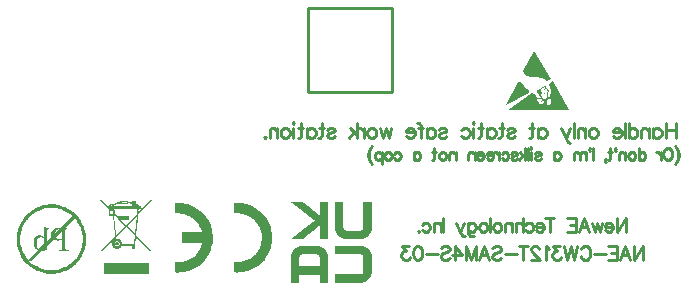
<source format=gbo>
G04*
G04 #@! TF.GenerationSoftware,Altium Limited,Altium Designer,22.9.1 (49)*
G04*
G04 Layer_Color=32896*
%FSLAX25Y25*%
%MOIN*%
G70*
G04*
G04 #@! TF.SameCoordinates,F39438FC-3B75-4A19-992D-F472731E60C8*
G04*
G04*
G04 #@! TF.FilePolarity,Positive*
G04*
G01*
G75*
%ADD14C,0.01000*%
G36*
X409428Y238096D02*
X409140D01*
Y238024D01*
X408852D01*
Y237952D01*
X408708D01*
Y237880D01*
X408564D01*
Y237808D01*
X408348D01*
Y237736D01*
X408276D01*
Y237664D01*
X408132D01*
Y237592D01*
X407988D01*
Y237520D01*
X407916D01*
Y237448D01*
X407844D01*
Y237376D01*
X407700D01*
Y237304D01*
X407628D01*
Y237232D01*
X407556D01*
Y237160D01*
X407412D01*
Y237016D01*
X407340D01*
Y236944D01*
X407268D01*
Y236872D01*
X407196D01*
Y236800D01*
X407124D01*
Y236728D01*
X407052D01*
Y236656D01*
X406980D01*
Y236512D01*
X406908D01*
Y236440D01*
X406836D01*
Y236296D01*
X406764D01*
Y236152D01*
X406692D01*
Y236080D01*
X406620D01*
Y235936D01*
X406548D01*
Y235720D01*
X406476D01*
Y235576D01*
X406404D01*
Y235360D01*
X406332D01*
Y235000D01*
X406260D01*
Y234424D01*
X406188D01*
Y225784D01*
X409068D01*
Y228592D01*
X415764D01*
Y225784D01*
X418572D01*
Y235000D01*
X418500D01*
Y235288D01*
X418428D01*
Y235504D01*
X418356D01*
Y235720D01*
X418284D01*
Y235864D01*
X418212D01*
Y236080D01*
X418140D01*
Y236152D01*
X418068D01*
Y236296D01*
X417996D01*
Y236440D01*
X417924D01*
Y236512D01*
X417852D01*
Y236584D01*
X417780D01*
Y236728D01*
X417708D01*
Y236800D01*
X417636D01*
Y236872D01*
X417564D01*
Y236944D01*
X417492D01*
Y237016D01*
X417420D01*
Y237088D01*
X417348D01*
Y237160D01*
X417276D01*
Y237232D01*
X417204D01*
Y237304D01*
X417132D01*
Y237376D01*
X416988D01*
Y237448D01*
X416916D01*
Y237520D01*
X416844D01*
Y237592D01*
X416700D01*
Y237664D01*
X416556D01*
Y237736D01*
X416484D01*
Y237808D01*
X416268D01*
Y237880D01*
X416124D01*
Y237952D01*
X415908D01*
Y238024D01*
X415692D01*
Y238096D01*
X415404D01*
Y238168D01*
X409428D01*
Y238096D01*
D02*
G37*
G36*
X418572Y249400D02*
Y252856D01*
X415764D01*
Y248392D01*
X415620D01*
Y248464D01*
X415548D01*
Y248536D01*
X415476D01*
Y248608D01*
X415404D01*
Y248680D01*
X415332D01*
Y248752D01*
X415188D01*
Y248824D01*
X415116D01*
Y248896D01*
X415044D01*
Y248968D01*
X414972D01*
Y249040D01*
X414828D01*
Y249112D01*
X414756D01*
Y249184D01*
X414684D01*
Y249256D01*
X414540D01*
Y249328D01*
X414468D01*
Y249400D01*
X414396D01*
Y249472D01*
X414324D01*
Y249544D01*
X414252D01*
Y249616D01*
X414108D01*
Y249688D01*
X414036D01*
Y249760D01*
X413964D01*
Y249832D01*
X413892D01*
Y249904D01*
X413748D01*
Y249976D01*
X413676D01*
Y250048D01*
X413604D01*
Y250120D01*
X413460D01*
Y250192D01*
X413388D01*
Y250264D01*
X413316D01*
Y250336D01*
X413244D01*
Y250408D01*
X413172D01*
Y250480D01*
X413028D01*
Y250552D01*
X412956D01*
Y250624D01*
X412884D01*
Y250696D01*
X412812D01*
Y250768D01*
X412668D01*
Y250840D01*
X412596D01*
Y250912D01*
X412524D01*
Y250984D01*
X412380D01*
Y251056D01*
X412308D01*
Y251128D01*
X412236D01*
Y251200D01*
X412164D01*
Y251272D01*
X412092D01*
Y251344D01*
X411948D01*
Y251416D01*
X411876D01*
Y251488D01*
X411804D01*
Y251560D01*
X411732D01*
Y251632D01*
X411588D01*
Y251704D01*
X411516D01*
Y251776D01*
X411444D01*
Y251848D01*
X411300D01*
Y251920D01*
X411228D01*
Y251992D01*
X411156D01*
Y252064D01*
X411084D01*
Y252136D01*
X411012D01*
Y252208D01*
X410868D01*
Y252280D01*
X410796D01*
Y252352D01*
X410724D01*
Y252424D01*
X410652D01*
Y252496D01*
X410508D01*
Y252568D01*
X410436D01*
Y252640D01*
X410364D01*
Y252712D01*
X410220D01*
Y252784D01*
X410148D01*
Y252856D01*
X406260D01*
Y252784D01*
X406332D01*
Y252712D01*
X406404D01*
Y252640D01*
X406476D01*
Y252568D01*
X406548D01*
Y252496D01*
X406692D01*
Y252424D01*
X406764D01*
Y252352D01*
X406836D01*
Y252280D01*
X406980D01*
Y252208D01*
X407052D01*
Y252136D01*
X407124D01*
Y252064D01*
X407196D01*
Y251992D01*
X407340D01*
Y251920D01*
X407412D01*
Y251848D01*
X407484D01*
Y251776D01*
X407628D01*
Y251704D01*
X407700D01*
Y251632D01*
X407772D01*
Y251560D01*
X407844D01*
Y251488D01*
X407988D01*
Y251416D01*
X408060D01*
Y251344D01*
X408132D01*
Y251272D01*
X408204D01*
Y251200D01*
X408348D01*
Y251128D01*
X408420D01*
Y251056D01*
X408492D01*
Y250984D01*
X408636D01*
Y250912D01*
X408708D01*
Y250840D01*
X408780D01*
Y250768D01*
X408852D01*
Y250696D01*
X408996D01*
Y250624D01*
X409068D01*
Y250552D01*
X409140D01*
Y250480D01*
X409212D01*
Y250408D01*
X409356D01*
Y250336D01*
X409428D01*
Y250264D01*
X409500D01*
Y250192D01*
X409572D01*
Y250120D01*
X409716D01*
Y250048D01*
X409788D01*
Y249976D01*
X409860D01*
Y249904D01*
X410004D01*
Y249832D01*
X410076D01*
Y249760D01*
X410148D01*
Y249688D01*
X410220D01*
Y249616D01*
X410364D01*
Y249544D01*
X410436D01*
Y249472D01*
X410508D01*
Y249400D01*
X410652D01*
Y249328D01*
X410724D01*
Y249256D01*
X410796D01*
Y249184D01*
X410868D01*
Y249112D01*
X411012D01*
Y249040D01*
X411084D01*
Y248968D01*
X411156D01*
Y248896D01*
X411228D01*
Y248824D01*
X411372D01*
Y248752D01*
X411444D01*
Y248680D01*
X411516D01*
Y248608D01*
X411660D01*
Y248536D01*
X411732D01*
Y248464D01*
X411804D01*
Y248392D01*
X411876D01*
Y248320D01*
X412020D01*
Y248248D01*
X412092D01*
Y248176D01*
X412164D01*
Y248104D01*
X412236D01*
Y248032D01*
X412380D01*
Y247960D01*
X412452D01*
Y247888D01*
X412524D01*
Y247816D01*
X412596D01*
Y247744D01*
X412740D01*
Y247672D01*
X412812D01*
Y247600D01*
X412884D01*
Y247528D01*
X413028D01*
Y247456D01*
X413100D01*
Y247384D01*
X413172D01*
Y247312D01*
X413244D01*
Y247240D01*
X413388D01*
Y247168D01*
X413460D01*
Y247096D01*
X413532D01*
Y247024D01*
X413676D01*
Y246952D01*
X413748D01*
Y246880D01*
X413820D01*
Y246808D01*
X413892D01*
Y246736D01*
X414036D01*
Y246664D01*
X414108D01*
Y246592D01*
X413964D01*
Y246520D01*
X413892D01*
Y246448D01*
X413820D01*
Y246376D01*
X413748D01*
Y246304D01*
X413604D01*
Y246232D01*
X413532D01*
Y246160D01*
X413460D01*
Y246088D01*
X413388D01*
Y246016D01*
X413244D01*
Y245944D01*
X413172D01*
Y245872D01*
X413100D01*
Y245800D01*
X412956D01*
Y245728D01*
X412884D01*
Y245656D01*
X412812D01*
Y245584D01*
X412740D01*
Y245512D01*
X412596D01*
Y245440D01*
X412524D01*
Y245368D01*
X412452D01*
Y245296D01*
X412380D01*
Y245224D01*
X412236D01*
Y245152D01*
X412164D01*
Y245080D01*
X412092D01*
Y245008D01*
X411948D01*
Y244936D01*
X411876D01*
Y244864D01*
X411804D01*
Y244792D01*
X411732D01*
Y244720D01*
X411588D01*
Y244648D01*
X411516D01*
Y244576D01*
X411444D01*
Y244504D01*
X411300D01*
Y244432D01*
X411228D01*
Y244360D01*
X411156D01*
Y244288D01*
X411084D01*
Y244216D01*
X410940D01*
Y244144D01*
X410868D01*
Y244072D01*
X410796D01*
Y244000D01*
X410724D01*
Y243928D01*
X410580D01*
Y243856D01*
X410508D01*
Y243784D01*
X410436D01*
Y243712D01*
X410364D01*
Y243640D01*
X410220D01*
Y243568D01*
X410148D01*
Y243496D01*
X410076D01*
Y243424D01*
X409932D01*
Y243352D01*
X409860D01*
Y243280D01*
X409788D01*
Y243208D01*
X409716D01*
Y243136D01*
X409572D01*
Y243064D01*
X409500D01*
Y242992D01*
X409428D01*
Y242920D01*
X409356D01*
Y242848D01*
X409212D01*
Y242776D01*
X409140D01*
Y242704D01*
X409068D01*
Y242632D01*
X408924D01*
Y242560D01*
X408852D01*
Y242488D01*
X408780D01*
Y242416D01*
X408708D01*
Y242344D01*
X408564D01*
Y242272D01*
X408492D01*
Y242200D01*
X408420D01*
Y242128D01*
X408276D01*
Y242056D01*
X408204D01*
Y241984D01*
X408132D01*
Y241912D01*
X408060D01*
Y241840D01*
X407916D01*
Y241768D01*
X407844D01*
Y241696D01*
X407772D01*
Y241624D01*
X407700D01*
Y241552D01*
X407556D01*
Y241480D01*
X407484D01*
Y241408D01*
X407412D01*
Y241336D01*
X407340D01*
Y241264D01*
X407196D01*
Y241192D01*
X407124D01*
Y241120D01*
X407052D01*
Y241048D01*
X406908D01*
Y240976D01*
X406836D01*
Y240904D01*
X406764D01*
Y240832D01*
X406692D01*
Y240760D01*
X406548D01*
Y240688D01*
X406476D01*
Y240616D01*
X406404D01*
Y240544D01*
X406332D01*
Y240472D01*
X410220D01*
Y240544D01*
X410292D01*
Y240616D01*
X410436D01*
Y240688D01*
X410508D01*
Y240760D01*
X410580D01*
Y240832D01*
X410724D01*
Y240904D01*
X410796D01*
Y240976D01*
X410868D01*
Y241048D01*
X410940D01*
Y241120D01*
X411084D01*
Y241192D01*
X411156D01*
Y241264D01*
X411228D01*
Y241336D01*
X411300D01*
Y241408D01*
X411372D01*
Y241480D01*
X411516D01*
Y241552D01*
X411588D01*
Y241624D01*
X411660D01*
Y241696D01*
X411804D01*
Y241768D01*
X411876D01*
Y241840D01*
X411948D01*
Y241912D01*
X412020D01*
Y241984D01*
X412164D01*
Y242056D01*
X412236D01*
Y242128D01*
X412308D01*
Y242200D01*
X412380D01*
Y242272D01*
X412452D01*
Y242344D01*
X412596D01*
Y242416D01*
X412668D01*
Y242488D01*
X412740D01*
Y242560D01*
X412884D01*
Y242632D01*
X412956D01*
Y242704D01*
X413028D01*
Y242776D01*
X413100D01*
Y242848D01*
X413244D01*
Y242920D01*
X413316D01*
Y242992D01*
X413388D01*
Y243064D01*
X413460D01*
Y243136D01*
X413532D01*
Y243208D01*
X413676D01*
Y243280D01*
X413748D01*
Y243352D01*
X413820D01*
Y243424D01*
X413964D01*
Y243496D01*
X414036D01*
Y243568D01*
X414108D01*
Y243640D01*
X414180D01*
Y243712D01*
X414324D01*
Y243784D01*
X414396D01*
Y243856D01*
X414468D01*
Y243928D01*
X414540D01*
Y244000D01*
X414612D01*
Y244072D01*
X414756D01*
Y244144D01*
X414828D01*
Y244216D01*
X414900D01*
Y244288D01*
X415044D01*
Y244360D01*
X415116D01*
Y244432D01*
X415188D01*
Y244504D01*
X415260D01*
Y244576D01*
X415404D01*
Y244648D01*
X415476D01*
Y244720D01*
X415548D01*
Y244792D01*
X415620D01*
Y244864D01*
X415692D01*
Y244936D01*
X415764D01*
Y240472D01*
X418572D01*
Y249328D01*
Y249400D01*
D02*
G37*
G36*
X421884Y225784D02*
X429516D01*
Y225856D01*
X430020D01*
Y225928D01*
X430380D01*
Y226000D01*
X430596D01*
Y226072D01*
X430740D01*
Y226144D01*
X430956D01*
Y226216D01*
X431100D01*
Y226288D01*
X431244D01*
Y226360D01*
X431388D01*
Y226432D01*
X431460D01*
Y226504D01*
X431532D01*
Y226576D01*
X431676D01*
Y226648D01*
X431748D01*
Y226720D01*
X431820D01*
Y226792D01*
X431964D01*
Y226864D01*
X432036D01*
Y227008D01*
X432180D01*
Y227080D01*
X432252D01*
Y227224D01*
X432324D01*
Y227296D01*
X432396D01*
Y227368D01*
X432468D01*
Y227512D01*
X432540D01*
Y227584D01*
X432612D01*
Y227656D01*
X432684D01*
Y227800D01*
X432756D01*
Y227944D01*
X432828D01*
Y228088D01*
X432900D01*
Y228304D01*
X432972D01*
Y228448D01*
X433044D01*
Y228664D01*
X433116D01*
Y229024D01*
X433188D01*
Y229528D01*
X433260D01*
Y234424D01*
X433188D01*
Y235000D01*
X433116D01*
Y235360D01*
X433044D01*
Y235576D01*
X432972D01*
Y235720D01*
X432900D01*
Y235936D01*
X432828D01*
Y236080D01*
X432756D01*
Y236152D01*
X432684D01*
Y236296D01*
X432612D01*
Y236440D01*
X432540D01*
Y236512D01*
X432468D01*
Y236656D01*
X432396D01*
Y236728D01*
X432324D01*
Y236800D01*
X432252D01*
Y236872D01*
X432180D01*
Y236944D01*
X432108D01*
Y237016D01*
X432036D01*
Y237160D01*
X431892D01*
Y237232D01*
X431820D01*
Y237304D01*
X431748D01*
Y237376D01*
X431604D01*
Y237448D01*
X431532D01*
Y237520D01*
X431460D01*
Y237592D01*
X431316D01*
Y237664D01*
X431172D01*
Y237736D01*
X431100D01*
Y237808D01*
X430884D01*
Y237880D01*
X430740D01*
Y237952D01*
X430596D01*
Y238024D01*
X430308D01*
Y238096D01*
X430020D01*
Y238168D01*
X420876D01*
Y235360D01*
X429660D01*
Y235288D01*
X429804D01*
Y235216D01*
X429948D01*
Y235144D01*
X430020D01*
Y235072D01*
X430092D01*
Y235000D01*
X430164D01*
Y234928D01*
X430236D01*
Y234784D01*
X430308D01*
Y234640D01*
X430380D01*
Y229384D01*
X430308D01*
Y229240D01*
X430236D01*
Y229096D01*
X430164D01*
Y229024D01*
X430092D01*
Y228952D01*
X430020D01*
Y228880D01*
X429948D01*
Y228808D01*
X429804D01*
Y228736D01*
X429660D01*
Y228664D01*
X420876D01*
Y225784D01*
X421812D01*
X421884D01*
D02*
G37*
G36*
X423684Y247168D02*
Y252856D01*
X420876D01*
Y243640D01*
X420948D01*
Y243352D01*
X421020D01*
Y243136D01*
X421092D01*
Y242920D01*
X421164D01*
Y242776D01*
X421236D01*
Y242560D01*
X421308D01*
Y242488D01*
X421380D01*
Y242344D01*
X421452D01*
Y242200D01*
X421524D01*
Y242128D01*
X421596D01*
Y242056D01*
X421668D01*
Y241912D01*
X421740D01*
Y241840D01*
X421812D01*
Y241768D01*
X421884D01*
Y241696D01*
X421956D01*
Y241624D01*
X422028D01*
Y241552D01*
X422100D01*
Y241480D01*
X422172D01*
Y241408D01*
X422244D01*
Y241336D01*
X422316D01*
Y241264D01*
X422460D01*
Y241192D01*
X422532D01*
Y241120D01*
X422604D01*
Y241048D01*
X422748D01*
Y240976D01*
X422892D01*
Y240904D01*
X422964D01*
Y240832D01*
X423180D01*
Y240760D01*
X423324D01*
Y240688D01*
X423540D01*
Y240616D01*
X423756D01*
Y240544D01*
X424044D01*
Y240472D01*
X430020D01*
Y240544D01*
X430308D01*
Y240616D01*
X430596D01*
Y240688D01*
X430740D01*
Y240760D01*
X430884D01*
Y240832D01*
X431100D01*
Y240904D01*
X431172D01*
Y240976D01*
X431316D01*
Y241048D01*
X431460D01*
Y241120D01*
X431532D01*
Y241192D01*
X431604D01*
Y241264D01*
X431748D01*
Y241336D01*
X431820D01*
Y241408D01*
X431892D01*
Y241480D01*
X432036D01*
Y241624D01*
X432108D01*
Y241696D01*
X432180D01*
Y241768D01*
X432252D01*
Y241840D01*
X432324D01*
Y241912D01*
X432396D01*
Y241984D01*
X432468D01*
Y242128D01*
X432540D01*
Y242200D01*
X432612D01*
Y242344D01*
X432684D01*
Y242488D01*
X432756D01*
Y242560D01*
X432828D01*
Y242704D01*
X432900D01*
Y242920D01*
X432972D01*
Y243064D01*
X433044D01*
Y243280D01*
X433116D01*
Y243640D01*
X433188D01*
Y244216D01*
X433260D01*
Y252856D01*
X430380D01*
Y244000D01*
X430308D01*
Y243856D01*
X430236D01*
Y243712D01*
X430164D01*
Y243640D01*
X430092D01*
Y243568D01*
X430020D01*
Y243496D01*
X429948D01*
Y243424D01*
X429804D01*
Y243352D01*
X429660D01*
Y243280D01*
X424476D01*
Y243352D01*
X424260D01*
Y243424D01*
X424116D01*
Y243496D01*
X424044D01*
Y243568D01*
X423972D01*
Y243640D01*
X423900D01*
Y243712D01*
X423828D01*
Y243856D01*
X423756D01*
Y244072D01*
X423684D01*
Y247096D01*
Y247168D01*
D02*
G37*
G36*
X492923Y293860D02*
X491618Y293018D01*
X491433Y293221D01*
X491239Y293397D01*
X491045Y293554D01*
X490851Y293693D01*
X490657Y293813D01*
X490462Y293915D01*
X490277Y293998D01*
X490092Y294072D01*
X489926Y294137D01*
X489778Y294183D01*
X489639Y294220D01*
X489528Y294248D01*
X489426Y294267D01*
X489352Y294276D01*
X489315Y294285D01*
X489297D01*
X489056Y294313D01*
X488843Y294331D01*
X488668Y294350D01*
X488511Y294368D01*
X488381Y294377D01*
X488270Y294387D01*
X488177Y294396D01*
X488103Y294405D01*
X488048Y294414D01*
X488011D01*
X487974Y294424D01*
X487937D01*
X487622Y294433D01*
X487326Y294451D01*
X487049Y294479D01*
X486781Y294498D01*
X486531Y294535D01*
X486300Y294563D01*
X486087Y294600D01*
X485884Y294637D01*
X485689Y294683D01*
X485513Y294729D01*
X485356Y294775D01*
X485208Y294822D01*
X485070Y294868D01*
X484940Y294914D01*
X484820Y294970D01*
X484718Y295016D01*
X484625Y295071D01*
X484533Y295117D01*
X484394Y295210D01*
X484283Y295293D01*
X484200Y295376D01*
X484144Y295441D01*
X484107Y295487D01*
X484089Y295525D01*
X484080Y295534D01*
X484006Y295709D01*
X483941Y295867D01*
X483885Y296006D01*
X483839Y296126D01*
X483802Y296218D01*
X483765Y296302D01*
X483738Y296366D01*
X483719Y296422D01*
X483701Y296468D01*
X483682Y296496D01*
X483673Y296533D01*
X483664Y296551D01*
X487197Y303008D01*
X492923Y293860D01*
D02*
G37*
G36*
X487615Y287748D02*
X487567Y287708D01*
X487648D01*
X487686Y287661D01*
X487536Y287683D01*
X487511Y287662D01*
X487492Y287647D01*
X487486Y287690D01*
X487399Y287703D01*
X487391Y287755D01*
X487502Y287764D01*
X487585Y287773D01*
X487594Y287774D01*
X487615Y287748D01*
D02*
G37*
G36*
X499000Y283435D02*
X478594Y283388D01*
X486476Y289059D01*
X486605Y289068D01*
X486734Y289050D01*
X486864Y289022D01*
X486994Y288966D01*
X487114Y288911D01*
X487225Y288837D01*
X487437Y288680D01*
X487530Y288596D01*
X487613Y288513D01*
X487687Y288430D01*
X487752Y288365D01*
X487808Y288300D01*
X487845Y288254D01*
X487863Y288226D01*
X487872Y288217D01*
X487992Y288051D01*
X488094Y287902D01*
X488187Y287782D01*
X488270Y287671D01*
X488335Y287579D01*
X488390Y287505D01*
X488437Y287440D01*
X488474Y287394D01*
X488501Y287357D01*
X488520Y287320D01*
X488548Y287292D01*
X488557Y287274D01*
X488705Y287385D01*
X488843Y287468D01*
X488973Y287523D01*
X489093Y287551D01*
X489204Y287569D01*
X489297D01*
X489380Y287551D01*
X489463Y287523D01*
X489528Y287486D01*
X489583Y287449D01*
X489630Y287412D01*
X489676Y287366D01*
X489704Y287329D01*
X489722Y287301D01*
X489741Y287283D01*
Y287274D01*
X489795Y287172D01*
X489833Y287153D01*
X489870Y287125D01*
X489889Y287116D01*
X489898Y287107D01*
X490009Y287015D01*
X490111Y286931D01*
X490120Y286923D01*
Y286876D01*
X490111Y286811D01*
X490101Y286737D01*
Y286672D01*
X490092Y286626D01*
Y286617D01*
Y286608D01*
X490083Y286617D01*
X490074Y286645D01*
X490046Y286691D01*
X490028Y286728D01*
X490009Y286774D01*
X489981Y286820D01*
X489944Y286885D01*
X489907Y286968D01*
X489861Y287052D01*
X489806Y287153D01*
X489795Y287172D01*
X489778Y287181D01*
X489713Y287209D01*
X489630Y287236D01*
X489537Y287264D01*
X489435Y287283D01*
X489315Y287292D01*
X489186D01*
X489038Y287274D01*
X488880Y287236D01*
X488714Y287172D01*
X488529Y287098D01*
X488335Y286987D01*
X488271Y286943D01*
X487686Y287661D01*
X487743Y287653D01*
Y287708D01*
X487648D01*
X487615Y287748D01*
X487622Y287755D01*
X487665Y287788D01*
X487641Y287782D01*
X487594Y287774D01*
X486947Y288568D01*
Y288559D01*
X486938Y288522D01*
Y288494D01*
X486929Y288467D01*
X486919Y288421D01*
X486910Y288365D01*
X486901Y288291D01*
X486882Y288217D01*
X486864Y288115D01*
X486845Y288004D01*
X486827Y287875D01*
X486799Y287727D01*
Y287718D01*
Y287690D01*
Y287653D01*
Y287597D01*
X486818Y287532D01*
X486845Y287458D01*
X486882Y287375D01*
X486947Y287292D01*
X487021Y287209D01*
X487123Y287125D01*
X487253Y287042D01*
X487419Y286968D01*
X487544Y286925D01*
X487548Y286950D01*
X487552Y286976D01*
X486919Y287773D01*
X487399Y287703D01*
X487419Y287579D01*
X487428Y287588D01*
X487465Y287625D01*
X487492Y287647D01*
X487570Y287097D01*
X487567Y287079D01*
X487552Y286976D01*
X487595Y286922D01*
X487570Y287097D01*
X487585Y287190D01*
X487604Y287292D01*
X487613Y287366D01*
X487622Y287440D01*
X487632Y287495D01*
X487641Y287542D01*
X487650Y287569D01*
Y287597D01*
X487660Y287634D01*
Y287644D01*
X488244Y286925D01*
X488131Y286848D01*
Y286839D01*
X488159D01*
X488185Y286844D01*
X488141Y286820D01*
X488146Y286796D01*
X488196Y286790D01*
X488209Y286698D01*
X488242Y286654D01*
X488307Y286755D01*
X488322Y286779D01*
X488366Y286776D01*
X488353Y286792D01*
X488394D01*
X488358Y286837D01*
X488353Y286829D01*
X488340Y286808D01*
X488353Y286792D01*
X488330D01*
X488340Y286808D01*
X488297Y286861D01*
X488334Y286866D01*
X488300Y286907D01*
X488363Y286942D01*
Y286941D01*
X488353Y286894D01*
X488367Y286873D01*
X488381Y286876D01*
X488374Y286865D01*
X488372Y286866D01*
X488367Y286873D01*
X488335Y286866D01*
X488334Y286866D01*
X488358Y286837D01*
X488374Y286865D01*
X488409Y286839D01*
X488455Y286820D01*
X488501Y286802D01*
X488548D01*
X488585Y286792D01*
X488394D01*
X488409Y286774D01*
X488366Y286776D01*
X489121Y285849D01*
X488964Y285858D01*
X488816Y285877D01*
X488677Y285905D01*
X488548Y285923D01*
X488512Y285932D01*
X488427Y286034D01*
X488363Y286145D01*
X488316Y286238D01*
X488307Y286275D01*
X488298Y286302D01*
X488288Y286312D01*
Y286321D01*
X488261Y286413D01*
X488240Y286474D01*
X488307Y285997D01*
X487641Y286857D01*
X487974Y286728D01*
X488107Y286801D01*
X488134Y286798D01*
X488153Y286773D01*
X488150Y286783D01*
X488146Y286796D01*
X488134Y286798D01*
X488125Y286811D01*
X488141Y286820D01*
X488140Y286820D01*
X488131Y286839D01*
X488103D01*
X488125Y286811D01*
X488107Y286801D01*
X488103Y286802D01*
X487965Y286820D01*
X487835Y286848D01*
X487715Y286876D01*
X487604Y286904D01*
X487544Y286925D01*
X487521Y286802D01*
Y286792D01*
Y286765D01*
Y286728D01*
Y286672D01*
X487539Y286608D01*
X487567Y286533D01*
X487604Y286450D01*
X487669Y286367D01*
X487743Y286284D01*
X487845Y286200D01*
X487974Y286126D01*
X488131Y286052D01*
X488326Y285979D01*
X488437Y285951D01*
X488512Y285932D01*
X488520Y285923D01*
X488631Y285803D01*
X488769Y285692D01*
X488945Y285609D01*
X488954D01*
X488964Y285599D01*
X488991D01*
X489029Y285590D01*
X489130Y285562D01*
X489260Y285544D01*
X489408Y285516D01*
X489574Y285507D01*
X489741Y285497D01*
X489917Y285507D01*
X490083Y285535D01*
X490240Y285581D01*
X490379Y285664D01*
X490490Y285766D01*
X490536Y285830D01*
X490573Y285905D01*
X490592Y285988D01*
X490610Y286080D01*
Y286182D01*
X490601Y286302D01*
X490583Y286422D01*
X490546Y286561D01*
X490536Y286571D01*
X490509Y286589D01*
X490462Y286626D01*
X490435Y286663D01*
X490388Y286691D01*
X490333Y286737D01*
X490268Y286792D01*
X490194Y286857D01*
X490120Y286923D01*
Y286941D01*
X490129Y286987D01*
Y287005D01*
Y287079D01*
X490111Y287153D01*
X490083Y287236D01*
X490055Y287311D01*
X489963Y287458D01*
X489852Y287597D01*
X489741Y287708D01*
X489648Y287801D01*
X489611Y287838D01*
X489583Y287865D01*
X489565Y287875D01*
X489556Y287884D01*
X489389Y288032D01*
X489241Y288171D01*
X489103Y288300D01*
X488973Y288430D01*
X488862Y288559D01*
X488760Y288670D01*
X488668Y288781D01*
X488594Y288883D01*
X488520Y288976D01*
X488464Y289059D01*
X488418Y289124D01*
X488381Y289188D01*
X488353Y289234D01*
X488335Y289271D01*
X488316Y289290D01*
Y289299D01*
X488261Y289410D01*
X488205Y289512D01*
X488168Y289595D01*
X488131Y289669D01*
X488094Y289734D01*
X488076Y289780D01*
X488048Y289826D01*
X488029Y289854D01*
X488011Y289900D01*
X488002Y289928D01*
X487992Y289937D01*
X488233Y290039D01*
X488455Y290132D01*
X488668Y290233D01*
X488871Y290326D01*
X489056Y290419D01*
X489232Y290511D01*
X489389Y290594D01*
X489537Y290677D01*
X489667Y290752D01*
X489778Y290816D01*
X489870Y290881D01*
X489954Y290927D01*
X490018Y290973D01*
X490064Y291001D01*
X490092Y291020D01*
X490101Y291029D01*
X490240Y291131D01*
X490370Y291214D01*
X490472Y291297D01*
X490564Y291362D01*
X490647Y291418D01*
X490712Y291464D01*
X490758Y291501D01*
X490804Y291529D01*
X490841Y291556D01*
X490860Y291575D01*
X490897Y291593D01*
X490906Y291602D01*
X491082Y291343D01*
X491249Y291112D01*
X491406Y290909D01*
X491544Y290733D01*
X491655Y290594D01*
X491702Y290529D01*
X491748Y290483D01*
X491776Y290446D01*
X491804Y290419D01*
X491813Y290409D01*
X491822Y290400D01*
X491896Y290317D01*
X491961Y290243D01*
X492026Y290178D01*
X492072Y290123D01*
X492146Y290039D01*
X492201Y289984D01*
X492229Y289947D01*
X492247Y289928D01*
X492257Y289919D01*
X492173Y289734D01*
X492109Y289567D01*
X492044Y289401D01*
X492007Y289244D01*
X491970Y289105D01*
X491942Y288976D01*
X491924Y288846D01*
X491915Y288744D01*
X491905Y288643D01*
Y288559D01*
X491915Y288485D01*
Y288421D01*
X491924Y288374D01*
Y288337D01*
X491933Y288319D01*
Y288310D01*
X491961Y288198D01*
X491989Y288106D01*
X492007Y288023D01*
X492026Y287958D01*
X492035Y287893D01*
X492053Y287847D01*
X492072Y287773D01*
X492081Y287736D01*
X492090Y287708D01*
Y287699D01*
X491961Y287560D01*
X491859Y287421D01*
X491831Y287412D01*
X491794Y287394D01*
X491757Y287357D01*
X491711Y287311D01*
X491655Y287236D01*
X491609Y287144D01*
X491554Y287015D01*
X491498Y286866D01*
X491480Y286774D01*
X491452Y286672D01*
X491424Y286561D01*
X491406Y286441D01*
X491378Y286312D01*
X491360Y286173D01*
X491341Y286025D01*
X491327Y285895D01*
X491406D01*
X491424Y285905D01*
X491443Y285932D01*
X491470Y285979D01*
X491480Y286016D01*
X491498Y286052D01*
X491507Y286108D01*
X491526Y286173D01*
X491544Y286247D01*
X491554Y286339D01*
X491572Y286441D01*
X491581Y286552D01*
Y286561D01*
Y286571D01*
X491591Y286598D01*
X491600Y286645D01*
X491609Y286709D01*
X491628Y286802D01*
X491646Y286931D01*
Y286950D01*
X491665Y286996D01*
X491683Y287070D01*
X491720Y287172D01*
X491776Y287292D01*
X491859Y287421D01*
X491905D01*
X491989Y287394D01*
X492053Y287375D01*
X492118Y287357D01*
X492164Y287338D01*
X492247Y287311D01*
X492303Y287292D01*
X492331Y287283D01*
X492349Y287274D01*
X492358D01*
X492442Y287551D01*
X492525Y287819D01*
X492590Y288060D01*
X492645Y288273D01*
X492701Y288476D01*
X492738Y288661D01*
X492775Y288818D01*
X492802Y288966D01*
X492821Y289096D01*
X492839Y289197D01*
X492849Y289290D01*
X492858Y289364D01*
X492867Y289420D01*
Y289466D01*
Y289484D01*
Y289493D01*
Y289614D01*
Y289716D01*
Y289808D01*
X492876Y289882D01*
Y289947D01*
Y290002D01*
Y290049D01*
Y290086D01*
Y290132D01*
Y290160D01*
Y290169D01*
X492858Y290252D01*
X492830Y290345D01*
X492775Y290539D01*
X492701Y290752D01*
X492627Y290955D01*
X492562Y291140D01*
X492534Y291223D01*
X492507Y291297D01*
X492479Y291353D01*
X492470Y291399D01*
X492451Y291427D01*
Y291436D01*
X492395Y291593D01*
X492340Y291723D01*
X492294Y291843D01*
X492257Y291935D01*
X492229Y292019D01*
X492201Y292093D01*
X492173Y292148D01*
X492155Y292195D01*
X492146Y292231D01*
X492136Y292259D01*
X492127Y292296D01*
X492118Y292305D01*
X493478Y293082D01*
X499000Y283435D01*
D02*
G37*
G36*
X488437Y286913D02*
X488418Y286894D01*
X488381Y286876D01*
X488409Y286904D01*
X488427Y286913D01*
Y286922D01*
X488437Y286913D01*
D02*
G37*
G36*
X488300Y286907D02*
X488272Y286892D01*
X488297Y286861D01*
X488270Y286857D01*
X488205Y286848D01*
X488185Y286844D01*
X488272Y286892D01*
X488244Y286925D01*
X488271Y286943D01*
X488300Y286907D01*
D02*
G37*
G36*
X488322Y286779D02*
X488251Y286783D01*
X488196Y286790D01*
X488196Y286792D01*
X488330D01*
X488322Y286779D01*
D02*
G37*
G36*
X489214Y286550D02*
X489186Y286543D01*
X489181Y286541D01*
X489177Y286543D01*
X489140D01*
X489130Y286552D01*
X489123Y286554D01*
X489130Y286561D01*
X489195D01*
X489214Y286550D01*
D02*
G37*
G36*
X489315Y286533D02*
X489371Y286515D01*
X489417Y286478D01*
X489450Y286450D01*
X489472Y286441D01*
X489583Y286404D01*
X489676Y286367D01*
X489704Y286349D01*
X489732Y286339D01*
X489750Y286330D01*
X489759D01*
X489750Y286339D01*
X489769Y286349D01*
X489861D01*
X489843Y286339D01*
X489833Y286330D01*
X489824D01*
X489778Y286284D01*
X489774Y286277D01*
X489759Y286284D01*
X489732Y286293D01*
X489694Y286312D01*
X489593Y286349D01*
X489529Y286375D01*
X489519Y286385D01*
X489482Y286422D01*
X489472Y286432D01*
X489450Y286450D01*
X489361Y286487D01*
X489269Y286512D01*
X489241Y286533D01*
X489214Y286550D01*
X489223Y286552D01*
X489269D01*
X489315Y286533D01*
D02*
G37*
G36*
X489775Y286276D02*
X489772Y286274D01*
X489750Y286238D01*
X489724Y286179D01*
X489722Y286182D01*
Y286191D01*
Y286200D01*
X489741Y286238D01*
X489759Y286265D01*
X489772Y286274D01*
X489774Y286277D01*
X489775Y286276D01*
D02*
G37*
G36*
X489732Y286163D02*
Y286145D01*
X489713Y286126D01*
X489704D01*
X489713Y286154D01*
X489724Y286179D01*
X489732Y286163D01*
D02*
G37*
G36*
X489084Y286571D02*
X489103Y286561D01*
X489123Y286554D01*
X489121Y286552D01*
Y286543D01*
X489140D01*
X489158Y286533D01*
X489160Y286533D01*
X489181Y286541D01*
X489260Y286515D01*
X489269Y286512D01*
X489278Y286506D01*
X489315Y286469D01*
X489371Y286450D01*
X489482Y286395D01*
X489529Y286375D01*
X489556Y286349D01*
X489602Y286302D01*
X489648Y286275D01*
X489676Y286256D01*
Y286312D01*
X489685Y286284D01*
Y286265D01*
X489676Y286256D01*
Y286126D01*
X489704D01*
X489694Y286099D01*
Y286089D01*
Y286080D01*
Y286062D01*
X489699Y286043D01*
X489657Y286099D01*
X489602Y286173D01*
X489565Y286219D01*
X489546Y286238D01*
X489482Y286312D01*
X489417Y286376D01*
X489361Y286432D01*
X489315Y286469D01*
X489260Y286487D01*
X489223Y286506D01*
X489186Y286524D01*
X489160Y286533D01*
X489112Y286515D01*
X489047Y286469D01*
X489001Y286422D01*
X488975Y286397D01*
X489075Y286580D01*
X489084Y286571D01*
D02*
G37*
G36*
X481887Y292953D02*
X481934Y292944D01*
X482008Y292916D01*
X482091Y292898D01*
X482174Y292870D01*
X482239Y292842D01*
X482295Y292833D01*
X482304Y292824D01*
X482313D01*
X482479Y292777D01*
X482646Y292731D01*
X482794Y292685D01*
X482933Y292648D01*
X483053Y292620D01*
X483136Y292601D01*
X483173Y292592D01*
X483201D01*
X483210Y292583D01*
X483219D01*
X483229Y292574D01*
X483238Y292546D01*
X483266Y292500D01*
X483303Y292435D01*
X483340Y292370D01*
X483386Y292287D01*
X483478Y292121D01*
X483580Y291945D01*
X483627Y291862D01*
X483664Y291797D01*
X483701Y291732D01*
X483728Y291686D01*
X483738Y291658D01*
X483747Y291649D01*
X483848Y291482D01*
X483969Y291316D01*
X484098Y291159D01*
X484237Y291020D01*
X484385Y290881D01*
X484533Y290752D01*
X484681Y290640D01*
X484820Y290529D01*
X484959Y290437D01*
X485088Y290354D01*
X485208Y290280D01*
X485310Y290215D01*
X485393Y290169D01*
X485458Y290132D01*
X485495Y290113D01*
X485513Y290104D01*
X485597Y289234D01*
X477836Y285044D01*
X481869Y292962D01*
X481878D01*
X481887Y292953D01*
D02*
G37*
G36*
X389273Y252488D02*
X390127Y252384D01*
X390939Y252217D01*
X391710Y251988D01*
X392439Y251738D01*
X393105Y251446D01*
X393751Y251134D01*
X394313Y250821D01*
X394834Y250509D01*
X395292Y250197D01*
X395688Y249905D01*
X396022Y249655D01*
X396271Y249426D01*
X396459Y249259D01*
X396584Y249155D01*
X396625Y249113D01*
X397230Y248468D01*
X397750Y247780D01*
X398209Y247093D01*
X398584Y246405D01*
X398917Y245697D01*
X399188Y245031D01*
X399417Y244364D01*
X399604Y243739D01*
X399729Y243156D01*
X399833Y242614D01*
X399917Y242135D01*
X399958Y241719D01*
X399979Y241531D01*
X400000Y241365D01*
Y241240D01*
X400021Y241115D01*
Y241031D01*
Y240969D01*
Y240927D01*
Y240906D01*
X399979Y240031D01*
X399875Y239177D01*
X399708Y238365D01*
X399479Y237594D01*
X399229Y236865D01*
X398938Y236199D01*
X398646Y235574D01*
X398313Y234991D01*
X398000Y234491D01*
X397709Y234032D01*
X397417Y233637D01*
X397146Y233303D01*
X396938Y233053D01*
X396771Y232845D01*
X396667Y232741D01*
X396625Y232699D01*
X395980Y232095D01*
X395292Y231575D01*
X394605Y231116D01*
X393897Y230741D01*
X393209Y230408D01*
X392522Y230137D01*
X391856Y229908D01*
X391231Y229721D01*
X390647Y229596D01*
X390106Y229491D01*
X389627Y229408D01*
X389210Y229366D01*
X389023Y229346D01*
X388856Y229325D01*
X388731D01*
X388606Y229304D01*
X387960D01*
X387773Y229325D01*
X387439D01*
X387335Y229346D01*
X387231D01*
Y232866D01*
X387627Y232824D01*
X387835Y232803D01*
X388002D01*
X388169Y232783D01*
X388398D01*
X389023Y232803D01*
X389606Y232887D01*
X390168Y233012D01*
X390710Y233157D01*
X391210Y233324D01*
X391689Y233533D01*
X392126Y233741D01*
X392522Y233970D01*
X392897Y234199D01*
X393209Y234407D01*
X393480Y234616D01*
X393709Y234782D01*
X393897Y234949D01*
X394043Y235053D01*
X394126Y235136D01*
X394147Y235157D01*
X394563Y235615D01*
X394938Y236095D01*
X395251Y236574D01*
X395521Y237074D01*
X395751Y237553D01*
X395938Y238032D01*
X396105Y238490D01*
X396230Y238928D01*
X396313Y239344D01*
X396396Y239719D01*
X396438Y240052D01*
X396480Y240344D01*
X396501Y240573D01*
X396521Y240760D01*
Y240865D01*
Y240906D01*
X396501Y241531D01*
X396417Y242114D01*
X396292Y242698D01*
X396146Y243239D01*
X395980Y243739D01*
X395772Y244218D01*
X395563Y244656D01*
X395334Y245052D01*
X395105Y245406D01*
X394897Y245718D01*
X394688Y246010D01*
X394522Y246239D01*
X394355Y246405D01*
X394251Y246551D01*
X394168Y246635D01*
X394147Y246655D01*
X393689Y247072D01*
X393209Y247447D01*
X392730Y247759D01*
X392230Y248051D01*
X391751Y248280D01*
X391272Y248468D01*
X390814Y248634D01*
X390376Y248759D01*
X389960Y248843D01*
X389585Y248926D01*
X389252Y248988D01*
X388960Y249009D01*
X388731Y249030D01*
X388544Y249051D01*
X388398D01*
X387960Y249030D01*
X387773D01*
X387585Y249009D01*
X387439Y248988D01*
X387335D01*
X387252Y248968D01*
X387231D01*
Y252467D01*
X387627Y252509D01*
X387814D01*
X388002Y252529D01*
X388398D01*
X389273Y252488D01*
D02*
G37*
G36*
X369526Y252488D02*
X370380Y252384D01*
X371192Y252217D01*
X371963Y251988D01*
X372692Y251738D01*
X373358Y251446D01*
X373983Y251134D01*
X374567Y250821D01*
X375066Y250509D01*
X375525Y250197D01*
X375921Y249905D01*
X376254Y249655D01*
X376504Y249426D01*
X376712Y249259D01*
X376816Y249155D01*
X376858Y249113D01*
X377462Y248468D01*
X377983Y247780D01*
X378441Y247093D01*
X378816Y246405D01*
X379149Y245697D01*
X379420Y245031D01*
X379649Y244364D01*
X379837Y243739D01*
X379961Y243156D01*
X380066Y242614D01*
X380149Y242135D01*
X380191Y241719D01*
X380211Y241531D01*
X380232Y241365D01*
Y241240D01*
X380253Y241115D01*
Y241031D01*
Y240969D01*
Y240927D01*
Y240906D01*
X380211Y240031D01*
X380107Y239177D01*
X379941Y238365D01*
X379712Y237594D01*
X379462Y236865D01*
X379170Y236199D01*
X378878Y235574D01*
X378545Y234991D01*
X378233Y234491D01*
X377941Y234032D01*
X377649Y233637D01*
X377379Y233303D01*
X377170Y233053D01*
X377004Y232845D01*
X376900Y232741D01*
X376858Y232699D01*
X376212Y232095D01*
X375525Y231575D01*
X374837Y231116D01*
X374150Y230741D01*
X373442Y230408D01*
X372775Y230137D01*
X372109Y229908D01*
X371484Y229721D01*
X370901Y229596D01*
X370359Y229491D01*
X369880Y229408D01*
X369463Y229366D01*
X369276Y229346D01*
X369109Y229325D01*
X368984D01*
X368859Y229304D01*
X368213D01*
X368026Y229325D01*
X367693D01*
X367588Y229346D01*
X367484D01*
X367505Y232866D01*
X367901Y232824D01*
X368088Y232803D01*
X368276D01*
X368422Y232783D01*
X368651D01*
X369172Y232803D01*
X369692Y232866D01*
X370192Y232949D01*
X370651Y233053D01*
X371109Y233199D01*
X371525Y233345D01*
X371921Y233512D01*
X372275Y233678D01*
X372609Y233845D01*
X372900Y234012D01*
X373150Y234157D01*
X373358Y234303D01*
X373525Y234407D01*
X373650Y234491D01*
X373733Y234553D01*
X373754Y234574D01*
X374150Y234928D01*
X374525Y235282D01*
X374837Y235657D01*
X375129Y236053D01*
X375400Y236428D01*
X375629Y236824D01*
X375837Y237199D01*
X376004Y237553D01*
X376150Y237886D01*
X376275Y238198D01*
X376379Y238469D01*
X376462Y238719D01*
X376525Y238907D01*
X376566Y239052D01*
X376587Y239136D01*
Y239177D01*
X369796Y239177D01*
Y242656D01*
X376587Y242656D01*
X376462Y243177D01*
X376295Y243656D01*
X376108Y244135D01*
X375900Y244572D01*
X375671Y244968D01*
X375441Y245343D01*
X375191Y245697D01*
X374962Y246010D01*
X374733Y246301D01*
X374504Y246551D01*
X374317Y246760D01*
X374129Y246926D01*
X373983Y247072D01*
X373879Y247176D01*
X373796Y247239D01*
X373775Y247259D01*
X373338Y247572D01*
X372900Y247843D01*
X372463Y248093D01*
X372025Y248301D01*
X371588Y248468D01*
X371171Y248613D01*
X370755Y248738D01*
X370359Y248822D01*
X370005Y248905D01*
X369672Y248947D01*
X369380Y248988D01*
X369130Y249030D01*
X368922D01*
X368776Y249051D01*
X368651D01*
X368213Y249030D01*
X368026D01*
X367839Y249009D01*
X367693Y248988D01*
X367588D01*
X367505Y248968D01*
X367484D01*
Y252467D01*
X367734Y252488D01*
X367943Y252509D01*
X368151D01*
X368318Y252529D01*
X368651D01*
X369526Y252488D01*
D02*
G37*
G36*
X360000Y253623D02*
X355295Y248723D01*
X355156Y247405D01*
X354864Y244199D01*
X354628Y241895D01*
X359667Y236717D01*
X359320Y236384D01*
X354587Y241242D01*
X354309Y238258D01*
X354156D01*
Y237120D01*
X353102D01*
Y238258D01*
X349840D01*
X349715Y238036D01*
X349562Y237814D01*
X349326Y237564D01*
X349021Y237356D01*
X348674Y237245D01*
X348341Y237203D01*
X347994Y237217D01*
X347744Y237286D01*
X347452Y237411D01*
X347203Y237564D01*
X347008Y237758D01*
X346814Y238036D01*
X346675Y238341D01*
X346592Y238633D01*
X346564Y238869D01*
X346592Y239160D01*
X346634Y239382D01*
X346717Y239590D01*
X346842Y239826D01*
X346981Y240021D01*
X347175Y240201D01*
X347383Y240340D01*
X347577Y240437D01*
X347550Y240687D01*
X343400Y236384D01*
X343053Y236731D01*
X347508Y241339D01*
X347147Y245364D01*
X346897Y248279D01*
X345565D01*
Y250153D01*
X345912D01*
X342539Y253623D01*
X342886Y253956D01*
X346064Y250680D01*
Y250917D01*
X345995Y250972D01*
X345912Y251027D01*
X345829Y251111D01*
X345745Y251208D01*
X345704Y251333D01*
X345662Y251444D01*
X345648Y251583D01*
X345676Y251763D01*
X345718Y251860D01*
X345842Y252055D01*
X345981Y252180D01*
X346162Y252263D01*
X346356Y252291D01*
X346550Y252263D01*
X346717Y252193D01*
X346856Y252110D01*
X346925Y252027D01*
X347050Y252138D01*
X347258Y252277D01*
X347508Y252402D01*
X347869Y252540D01*
X348257Y252652D01*
X348646Y252735D01*
X349063Y252804D01*
X349396Y252846D01*
Y253262D01*
X352061D01*
Y252901D01*
X352269D01*
X352616Y252860D01*
X352977Y252818D01*
X353324Y252763D01*
Y252985D01*
X354476D01*
Y252443D01*
X354615Y252374D01*
X354795Y252291D01*
X355003Y252166D01*
X355170Y252055D01*
X355322Y251916D01*
X355434Y251819D01*
X355503Y251722D01*
X355558Y251610D01*
X355531Y251416D01*
X356197D01*
Y250570D01*
X355461D01*
X355350Y249473D01*
X359653Y253956D01*
X360000Y253623D01*
D02*
G37*
G36*
X358987Y232539D02*
Y232470D01*
Y232373D01*
Y232276D01*
Y232165D01*
Y232067D01*
Y231998D01*
Y231984D01*
Y231970D01*
Y231512D01*
Y231290D01*
Y231082D01*
Y230915D01*
Y230777D01*
Y230721D01*
Y230679D01*
Y230666D01*
Y230652D01*
Y230388D01*
Y230152D01*
Y229930D01*
Y229736D01*
Y229569D01*
Y229458D01*
Y229375D01*
Y229361D01*
Y229347D01*
Y229153D01*
Y229014D01*
Y228903D01*
Y228833D01*
Y228792D01*
Y228778D01*
Y228764D01*
X343816D01*
Y228792D01*
Y228861D01*
Y228944D01*
Y229056D01*
Y229167D01*
Y229250D01*
Y229319D01*
Y229347D01*
Y229805D01*
Y230027D01*
Y230221D01*
Y230402D01*
Y230527D01*
Y230582D01*
Y230624D01*
Y230638D01*
Y230652D01*
Y230915D01*
Y231165D01*
Y231387D01*
Y231582D01*
Y231748D01*
Y231873D01*
Y231943D01*
Y231970D01*
Y232081D01*
Y232165D01*
Y232317D01*
Y232428D01*
Y232498D01*
Y232539D01*
Y232553D01*
Y232567D01*
X358987D01*
Y232539D01*
D02*
G37*
G36*
X326840Y252080D02*
X327285Y252052D01*
X327715Y252010D01*
X328131Y251941D01*
X328548Y251872D01*
X328936Y251775D01*
X329714Y251566D01*
X330435Y251303D01*
X331116Y251011D01*
X331740Y250706D01*
X332032Y250553D01*
X332309Y250387D01*
X332573Y250234D01*
X332823Y250067D01*
X333059Y249915D01*
X333281Y249762D01*
X333489Y249609D01*
X333683Y249470D01*
X333850Y249332D01*
X334003Y249207D01*
X334141Y249096D01*
X334266Y248998D01*
X334377Y248901D01*
X334461Y248832D01*
X334530Y248763D01*
X334572Y248721D01*
X334599Y248693D01*
X334613Y248679D01*
X334919Y248360D01*
X335210Y248027D01*
X335474Y247694D01*
X335738Y247347D01*
X335960Y247000D01*
X336182Y246667D01*
X336390Y246306D01*
X336570Y245959D01*
X336737Y245612D01*
X336904Y245265D01*
X337167Y244585D01*
X337403Y243932D01*
X337570Y243308D01*
X337722Y242711D01*
X337778Y242433D01*
X337820Y242170D01*
X337861Y241934D01*
X337903Y241698D01*
X337931Y241476D01*
X337945Y241281D01*
X337958Y241101D01*
X337972Y240948D01*
X337986Y240809D01*
Y240684D01*
X338000Y240601D01*
Y240532D01*
Y240490D01*
Y240476D01*
X337986Y240032D01*
X337958Y239588D01*
X337917Y239158D01*
X337847Y238741D01*
X337778Y238325D01*
X337681Y237936D01*
X337473Y237159D01*
X337209Y236437D01*
X336931Y235757D01*
X336626Y235132D01*
X336459Y234841D01*
X336307Y234563D01*
X336154Y234300D01*
X335987Y234050D01*
X335835Y233814D01*
X335682Y233592D01*
X335543Y233383D01*
X335404Y233189D01*
X335266Y233023D01*
X335141Y232870D01*
X335030Y232731D01*
X334919Y232606D01*
X334835Y232495D01*
X334752Y232412D01*
X334697Y232343D01*
X334655Y232301D01*
X334627Y232273D01*
X334613Y232259D01*
X334294Y231954D01*
X333961Y231662D01*
X333628Y231385D01*
X333281Y231135D01*
X332934Y230899D01*
X332587Y230677D01*
X332240Y230483D01*
X331893Y230288D01*
X331546Y230122D01*
X331199Y229969D01*
X330519Y229691D01*
X329852Y229469D01*
X329228Y229289D01*
X328645Y229150D01*
X328367Y229081D01*
X328104Y229039D01*
X327854Y228997D01*
X327618Y228970D01*
X327396Y228928D01*
X327201Y228914D01*
X327021Y228900D01*
X326868Y228886D01*
X326729Y228872D01*
X326605D01*
X326521Y228859D01*
X326396D01*
X325952Y228872D01*
X325508Y228900D01*
X325078Y228942D01*
X324661Y229011D01*
X324259Y229081D01*
X323856Y229178D01*
X323093Y229386D01*
X322371Y229650D01*
X321691Y229941D01*
X321066Y230247D01*
X320775Y230399D01*
X320497Y230566D01*
X320234Y230719D01*
X319984Y230871D01*
X319748Y231038D01*
X319526Y231190D01*
X319318Y231329D01*
X319123Y231468D01*
X318957Y231607D01*
X318804Y231732D01*
X318665Y231843D01*
X318540Y231940D01*
X318429Y232037D01*
X318346Y232120D01*
X318277Y232176D01*
X318235Y232218D01*
X318207Y232245D01*
X318193Y232259D01*
X317888Y232578D01*
X317596Y232912D01*
X317319Y233245D01*
X317069Y233592D01*
X316833Y233939D01*
X316611Y234286D01*
X316403Y234633D01*
X316222Y234980D01*
X316042Y235327D01*
X315889Y235674D01*
X315612Y236354D01*
X315389Y237020D01*
X315209Y237645D01*
X315070Y238228D01*
X315001Y238505D01*
X314959Y238769D01*
X314918Y239019D01*
X314876Y239255D01*
X314848Y239477D01*
X314834Y239671D01*
X314820Y239852D01*
X314807Y240004D01*
X314793Y240143D01*
X314779Y240268D01*
Y240351D01*
Y240421D01*
Y240462D01*
Y240476D01*
X314793Y240920D01*
X314820Y241365D01*
X314862Y241795D01*
X314931Y242211D01*
X315001Y242614D01*
X315098Y243016D01*
X315306Y243780D01*
X315570Y244501D01*
X315861Y245181D01*
X316167Y245806D01*
X316319Y246098D01*
X316486Y246375D01*
X316639Y246639D01*
X316805Y246889D01*
X316958Y247125D01*
X317111Y247347D01*
X317263Y247555D01*
X317402Y247749D01*
X317541Y247916D01*
X317666Y248069D01*
X317777Y248207D01*
X317874Y248332D01*
X317971Y248443D01*
X318041Y248527D01*
X318110Y248596D01*
X318152Y248638D01*
X318179Y248665D01*
X318193Y248679D01*
X318513Y248985D01*
X318846Y249276D01*
X319179Y249554D01*
X319526Y249804D01*
X319873Y250040D01*
X320206Y250262D01*
X320567Y250470D01*
X320914Y250650D01*
X321261Y250831D01*
X321608Y250983D01*
X322288Y251261D01*
X322940Y251483D01*
X323565Y251663D01*
X324162Y251802D01*
X324439Y251872D01*
X324703Y251913D01*
X324939Y251955D01*
X325175Y251997D01*
X325397Y252024D01*
X325591Y252038D01*
X325772Y252052D01*
X325924Y252066D01*
X326063Y252080D01*
X326188Y252094D01*
X326396D01*
X326840Y252080D01*
D02*
G37*
%LPC*%
G36*
X409788Y235360D02*
X414972D01*
Y235288D01*
X415188D01*
Y235216D01*
X415332D01*
Y235144D01*
X415404D01*
Y235072D01*
X415476D01*
Y235000D01*
X415548D01*
Y234928D01*
X415620D01*
Y234784D01*
X415692D01*
Y234568D01*
X415764D01*
Y231472D01*
X409068D01*
Y234640D01*
X409140D01*
Y234784D01*
X409212D01*
Y234928D01*
X409284D01*
Y235000D01*
X409356D01*
Y235072D01*
X409428D01*
Y235144D01*
X409500D01*
Y235216D01*
X409644D01*
Y235288D01*
X409788D01*
Y235360D01*
D02*
G37*
G36*
X487567Y287708D02*
X487484D01*
X487486Y287690D01*
X487536Y287683D01*
X487567Y287708D01*
D02*
G37*
G36*
X490915Y291279D02*
X490906D01*
X490888Y291260D01*
X490851Y291242D01*
X490795Y291205D01*
X490712Y291159D01*
X490657Y291122D01*
X490583Y291085D01*
X490509Y291038D01*
X490425Y290983D01*
X490416D01*
X490407Y290973D01*
X490342Y290936D01*
X490259Y290890D01*
X490166Y290835D01*
X490064Y290779D01*
X489972Y290724D01*
X489889Y290687D01*
X489861Y290668D01*
X489843Y290659D01*
X489824Y290640D01*
X489796Y290594D01*
X489750Y290511D01*
X489704Y290409D01*
X489667Y290298D01*
X489648Y290169D01*
X489657Y290104D01*
X489667Y290039D01*
X489685Y289974D01*
X489722Y289910D01*
X489732Y289891D01*
X489750Y289854D01*
X489787Y289808D01*
X489801Y289776D01*
X489500Y289808D01*
Y289799D01*
X489519Y289790D01*
X489546Y289734D01*
X489583Y289651D01*
X489592Y289618D01*
X489593Y289623D01*
X489602Y289632D01*
X489630Y289679D01*
X489657Y289697D01*
X489676D01*
X489653Y289598D01*
X489650Y289560D01*
X489643Y289556D01*
X489653Y289598D01*
X489657Y289679D01*
X489648Y289669D01*
X489620Y289651D01*
X489602Y289632D01*
X489594Y289606D01*
X489593Y289614D01*
X489592Y289618D01*
X489583Y289577D01*
Y289567D01*
X489594Y289606D01*
X489602Y289567D01*
Y289549D01*
Y289512D01*
Y289475D01*
Y289466D01*
Y289457D01*
Y289452D01*
X489630Y289549D01*
X489643Y289556D01*
X489639Y289540D01*
X489599Y289431D01*
X489582Y289444D01*
X489583Y289447D01*
Y289466D01*
Y289475D01*
Y289484D01*
Y289512D01*
X489574Y289466D01*
X489571Y289452D01*
X489565Y289457D01*
X489519Y289493D01*
X489472Y289521D01*
X489435Y289540D01*
X489408Y289530D01*
X489398Y289521D01*
Y289493D01*
X489408Y289457D01*
X489426Y289410D01*
X489554Y289384D01*
X489571Y289452D01*
X489582Y289444D01*
X489574Y289420D01*
Y289392D01*
X489572Y289380D01*
X489554Y289384D01*
X489543Y289344D01*
X489398Y289392D01*
X489417Y289383D01*
X489454Y289355D01*
X489509Y289318D01*
X489532Y289305D01*
X489543Y289344D01*
X489564Y289337D01*
X489565Y289346D01*
X489572Y289380D01*
X489580Y289378D01*
X489565Y289336D01*
X489564Y289337D01*
X489557Y289290D01*
X489532Y289305D01*
X489528Y289290D01*
Y289281D01*
X489519Y289271D01*
Y289244D01*
X489528Y289216D01*
X489556Y289188D01*
X489593Y289170D01*
X489633Y289158D01*
X489657Y289142D01*
X489694Y289114D01*
X489741Y289096D01*
X489786Y289081D01*
X489802Y289145D01*
X489781Y289157D01*
X489787Y289160D01*
Y289179D01*
Y289207D01*
X489759Y289262D01*
X489704Y289327D01*
X489657Y289373D01*
X489648Y289383D01*
Y289521D01*
X489650Y289560D01*
X489858Y289666D01*
X489852Y289679D01*
X489815Y289743D01*
X489801Y289776D01*
X490024Y289752D01*
X490277Y289882D01*
Y289828D01*
X490252Y289800D01*
X490277Y289813D01*
Y289828D01*
X490472Y290047D01*
X490561Y290258D01*
X490564Y290268D01*
Y290270D01*
Y290307D01*
X490555Y290335D01*
X490564Y290317D01*
X490573Y290307D01*
Y290317D01*
X490592Y290354D01*
X490620Y290419D01*
X490675Y290493D01*
X490749Y290585D01*
X490837Y290651D01*
X490860Y290668D01*
X490934Y290715D01*
X491008Y290752D01*
X491091Y290789D01*
X491171Y290817D01*
X491128Y290890D01*
X491063Y291010D01*
X490989Y291140D01*
X490915Y291279D01*
D02*
G37*
G36*
X491193Y290826D02*
X491171Y290817D01*
X491176Y290808D01*
X490622Y290209D01*
X490629Y290196D01*
X490684Y290104D01*
X490758Y289900D01*
X490804Y289716D01*
X490817Y289598D01*
X490777Y289614D01*
X490740Y289641D01*
X490703Y289688D01*
X490675Y289734D01*
X490620Y289845D01*
X490583Y289974D01*
X490578Y289994D01*
X490610Y289937D01*
X490647Y289873D01*
X490684Y289826D01*
X490694Y289817D01*
X490712Y289790D01*
X490736Y289757D01*
X490703Y289891D01*
X490620Y290104D01*
X490586Y290171D01*
X490571Y290155D01*
X490573Y290141D01*
Y290039D01*
Y290015D01*
X490578Y289994D01*
X490536Y290067D01*
X490521Y290100D01*
X490571Y290155D01*
X490567Y290188D01*
X490573Y290196D01*
X490586Y290171D01*
X490622Y290209D01*
X490573Y290298D01*
X490564Y290268D01*
Y290252D01*
X490573Y290206D01*
Y290196D01*
X490564Y290215D01*
Y290252D01*
X490561Y290258D01*
X490554Y290234D01*
X490564Y290215D01*
X490567Y290188D01*
X490555Y290169D01*
X490536Y290132D01*
X490521Y290100D01*
X490472Y290047D01*
X490453Y290001D01*
X490444Y289984D01*
X490379Y289910D01*
X490333Y289854D01*
X490286Y289817D01*
X490277Y289813D01*
Y289725D01*
X490024Y289752D01*
X489858Y289666D01*
X489880Y289623D01*
X489889Y289586D01*
Y289567D01*
Y289558D01*
Y289549D01*
X489870Y289493D01*
X489852Y289401D01*
X489833Y289290D01*
X489806Y289160D01*
X489802Y289145D01*
X489824Y289133D01*
X489870Y289105D01*
X489954Y289059D01*
X489992Y289035D01*
X489944Y289040D01*
X489870Y289059D01*
X489796Y289077D01*
X489786Y289081D01*
X489769Y289013D01*
X489694Y288698D01*
X489685Y288680D01*
X489676Y288633D01*
X489657Y288568D01*
X489639Y288494D01*
X489620Y288421D01*
X489602Y288356D01*
X489583Y288310D01*
Y288300D01*
Y288291D01*
Y288282D01*
X489602Y288263D01*
X489620Y288235D01*
X489648Y288180D01*
X489704Y288097D01*
X489732Y288041D01*
X489769Y287986D01*
X489815Y287912D01*
X489861Y287828D01*
Y287819D01*
X489870Y287810D01*
X489907Y287755D01*
X489944Y287681D01*
X490000Y287588D01*
X490046Y287495D01*
X490092Y287403D01*
X490120Y287338D01*
X490138Y287292D01*
Y287283D01*
X490157Y287264D01*
X490175Y287236D01*
X490194Y287190D01*
X490268Y287107D01*
X490370Y287024D01*
X490435Y286996D01*
X490509Y286978D01*
X490583D01*
X490657Y286987D01*
X490749Y287024D01*
X490841Y287079D01*
X490943Y287162D01*
X491054Y287274D01*
X491063Y287283D01*
X491082Y287301D01*
X491110Y287338D01*
X491147Y287385D01*
X491239Y287495D01*
X491341Y287625D01*
X491452Y287745D01*
X491544Y287856D01*
X491581Y287902D01*
X491609Y287940D01*
X491628Y287958D01*
X491637Y287967D01*
Y287977D01*
Y288004D01*
Y288051D01*
Y288124D01*
Y288171D01*
Y288235D01*
X491628Y288310D01*
Y288393D01*
Y288485D01*
Y288596D01*
Y288605D01*
Y288624D01*
Y288661D01*
Y288707D01*
Y288763D01*
X491637Y288827D01*
X491646Y288985D01*
X491665Y289170D01*
X491702Y289383D01*
X491748Y289604D01*
X491822Y289826D01*
Y289836D01*
X491813Y289845D01*
X491794Y289873D01*
X491767Y289910D01*
X491720Y289974D01*
X491665Y290058D01*
X491581Y290169D01*
X491572Y290187D01*
X491535Y290233D01*
X491480Y290317D01*
X491406Y290437D01*
X491313Y290594D01*
X491258Y290677D01*
X491193Y290779D01*
X491176Y290808D01*
X491193Y290826D01*
D02*
G37*
G36*
X487743Y287740D02*
Y287708D01*
X487872D01*
X487835Y287718D01*
X487798Y287727D01*
X487752Y287736D01*
X487743Y287740D01*
D02*
G37*
G36*
X488153Y286773D02*
X488168Y286719D01*
X488177Y286682D01*
X488196Y286626D01*
X488214Y286561D01*
X488233Y286496D01*
X488240Y286474D01*
X488209Y286698D01*
X488153Y286773D01*
D02*
G37*
G36*
X492923Y287227D02*
X492913D01*
X492886Y287218D01*
X492830Y287209D01*
X492784D01*
X492738Y287199D01*
X492673Y287190D01*
X492599Y287181D01*
X492516Y287162D01*
X492414Y287144D01*
X492294Y287125D01*
X492164Y287107D01*
X492155D01*
X492127Y287098D01*
X492090Y287079D01*
X492044Y287061D01*
X491989Y287024D01*
X491924Y286968D01*
X491859Y286904D01*
X491785Y286811D01*
X491720Y286700D01*
X491646Y286561D01*
X491591Y286395D01*
X491535Y286210D01*
X491489Y285979D01*
X491461Y285719D01*
X491452Y285581D01*
X491443Y285423D01*
Y285266D01*
Y285090D01*
X491452D01*
X491489Y285100D01*
X491507D01*
X491544Y285109D01*
X491591D01*
X491637Y285118D01*
X491711Y285127D01*
X491785Y285137D01*
X491878Y285146D01*
X491989Y285164D01*
X492109Y285183D01*
X492257Y285202D01*
X492266D01*
X492294Y285211D01*
X492331Y285229D01*
X492377Y285248D01*
X492442Y285285D01*
X492507Y285340D01*
X492571Y285414D01*
X492645Y285497D01*
X492710Y285609D01*
X492775Y285747D01*
X492830Y285914D01*
X492876Y286108D01*
X492913Y286330D01*
X492932Y286589D01*
X492941Y286737D01*
Y286894D01*
X492932Y287052D01*
X492923Y287227D01*
D02*
G37*
%LPD*%
G36*
X490555Y290354D02*
Y290345D01*
X490546Y290354D01*
Y290363D01*
X490555Y290354D01*
D02*
G37*
G36*
X489602Y289429D02*
X489611Y289420D01*
X489648Y289383D01*
Y289364D01*
X489580Y289378D01*
X489599Y289431D01*
X489602Y289429D01*
D02*
G37*
G36*
X489574Y289281D02*
X489648Y289244D01*
X489704Y289207D01*
X489741Y289179D01*
X489759Y289170D01*
X489781Y289157D01*
X489769Y289151D01*
X489759Y289142D01*
X489750D01*
X489657Y289151D01*
X489633Y289158D01*
X489602Y289179D01*
X489574Y289216D01*
X489556Y289253D01*
Y289271D01*
Y289281D01*
X489557Y289290D01*
X489574Y289281D01*
D02*
G37*
G36*
X490823Y289540D02*
X490832Y289383D01*
Y289318D01*
Y289262D01*
Y289225D01*
X490823Y289188D01*
Y289170D01*
Y289160D01*
X490777Y288957D01*
X490749Y288864D01*
X490730Y288781D01*
X490712Y288717D01*
X490694Y288670D01*
X490684Y288633D01*
Y288652D01*
Y288689D01*
Y288726D01*
Y288744D01*
Y288754D01*
Y288790D01*
X490712Y288883D01*
X490730Y288994D01*
X490786Y289234D01*
Y289244D01*
Y289253D01*
X490795Y289281D01*
Y289318D01*
Y289410D01*
X490777Y289545D01*
X490759Y289522D01*
X490767Y289558D01*
X490772Y289574D01*
X490777Y289549D01*
X490777Y289545D01*
X490795Y289567D01*
X490814Y289586D01*
X490818Y289590D01*
X490823Y289540D01*
D02*
G37*
G36*
X490730Y289401D02*
X490703Y289216D01*
X490684Y288994D01*
Y288790D01*
X490666Y288707D01*
X490647Y288652D01*
X490638Y288633D01*
Y288578D01*
Y288513D01*
X490657Y288550D01*
X490684Y288624D01*
Y288541D01*
Y288421D01*
X490692Y288308D01*
X490740Y288245D01*
X490777Y288180D01*
X490814Y288134D01*
X490823Y288124D01*
Y288115D01*
X490915Y287958D01*
X490980Y287819D01*
X491036Y287699D01*
X491073Y287588D01*
X491101Y287495D01*
X491119Y287431D01*
X491128Y287394D01*
Y287375D01*
X491061Y287473D01*
X491063Y287458D01*
X491073Y287421D01*
Y287412D01*
X490989Y287458D01*
X490925Y287514D01*
X490869Y287588D01*
X490823Y287653D01*
X490795Y287718D01*
X490777Y287773D01*
X490758Y287819D01*
Y287828D01*
X490730Y287940D01*
X490718Y287995D01*
X490712Y288004D01*
X490675Y288041D01*
X490657Y288069D01*
X490647Y288088D01*
X490638D01*
Y288106D01*
Y288124D01*
Y288171D01*
Y288217D01*
Y288317D01*
X490570Y288421D01*
X490573Y288430D01*
X490592Y288494D01*
X490629Y288596D01*
Y288615D01*
X490638Y288633D01*
Y288689D01*
Y288726D01*
Y288763D01*
Y288781D01*
Y288790D01*
Y288911D01*
Y289022D01*
X490647Y289114D01*
X490657Y289197D01*
X490675Y289281D01*
X490684Y289346D01*
X490721Y289447D01*
X490758Y289521D01*
X490759Y289522D01*
X490730Y289401D01*
D02*
G37*
%LPC*%
G36*
X490638Y288513D02*
X490595Y288436D01*
X490601Y288430D01*
X490638Y288384D01*
Y288328D01*
Y288317D01*
X490694Y288232D01*
Y288291D01*
X490692Y288308D01*
X490684Y288319D01*
X490638Y288384D01*
Y288457D01*
Y288513D01*
D02*
G37*
G36*
X490694Y288232D02*
X490687Y288138D01*
X490694Y288124D01*
X490703Y288078D01*
X490712Y288023D01*
X490718Y287995D01*
X490749Y287949D01*
X490804Y287865D01*
X490814Y287856D01*
X490832Y287819D01*
X490860Y287773D01*
X490906Y287708D01*
X490952Y287634D01*
X491008Y287551D01*
X491061Y287473D01*
X491054Y287523D01*
X491026Y287597D01*
X490989Y287699D01*
X490943Y287810D01*
X490869Y287949D01*
X490786Y288088D01*
Y288097D01*
X490777Y288106D01*
X490749Y288152D01*
X490703Y288217D01*
X490694Y288232D01*
D02*
G37*
%LPD*%
G36*
X492164Y286173D02*
X492183Y286126D01*
X492210Y286089D01*
X492229Y286062D01*
X492257Y286052D01*
X492090D01*
X492053Y286062D01*
X491989D01*
X491979Y286071D01*
X491998Y286089D01*
X492016Y286117D01*
X492026Y286182D01*
X492016Y286238D01*
Y286256D01*
Y286265D01*
X492129D01*
X492164Y286173D01*
D02*
G37*
G36*
X492266Y286524D02*
X492284Y286515D01*
X492312Y286459D01*
X492321Y286413D01*
X492331Y286395D01*
Y286385D01*
Y286349D01*
X492340Y286312D01*
X492345Y286256D01*
X492395D01*
X492442Y286247D01*
X492470Y286238D01*
X492479D01*
Y286228D01*
X492460Y286210D01*
X492442Y286191D01*
X492423Y286126D01*
X492414Y286080D01*
Y286062D01*
Y286052D01*
X492360D01*
X492361Y286037D01*
X492321Y286043D01*
X492275Y286052D01*
X492360D01*
X492358Y286071D01*
X492349Y286200D01*
X492345Y286256D01*
X492312D01*
X492257Y286265D01*
X492129D01*
X492118Y286293D01*
X492101Y286375D01*
X492247Y286533D01*
X492266Y286524D01*
D02*
G37*
%LPC*%
G36*
X351561Y252790D02*
X349868D01*
Y252513D01*
X351561D01*
Y252790D01*
D02*
G37*
G36*
X352061Y252402D02*
Y252027D01*
X349396D01*
Y252346D01*
X348840Y252263D01*
X348341Y252138D01*
X347924Y252027D01*
X347591Y251874D01*
X347328Y251722D01*
X347133Y251541D01*
Y251416D01*
X353324D01*
Y252235D01*
X352949Y252305D01*
X352533Y252360D01*
X352061Y252402D01*
D02*
G37*
G36*
X354004Y252513D02*
X353809D01*
Y251874D01*
X353990D01*
X354004Y252513D01*
D02*
G37*
G36*
X354476Y251888D02*
Y251416D01*
X355045D01*
X355059Y251499D01*
X354920Y251638D01*
X354739Y251763D01*
X354476Y251888D01*
D02*
G37*
G36*
X346425Y251805D02*
X346384D01*
X346300Y251791D01*
X346245Y251763D01*
X346189Y251735D01*
X346162Y251694D01*
X346134Y251610D01*
Y251583D01*
Y251569D01*
X346148Y251486D01*
X346176Y251430D01*
X346217Y251388D01*
X346259Y251361D01*
X346342Y251333D01*
X346384D01*
X346467Y251347D01*
X346522Y251375D01*
X346564Y251402D01*
X346592Y251458D01*
X346620Y251527D01*
Y251555D01*
Y251569D01*
X346606Y251652D01*
X346578Y251708D01*
X346550Y251749D01*
X346495Y251777D01*
X346425Y251805D01*
D02*
G37*
G36*
X346981Y249681D02*
X346051D01*
Y248765D01*
X346981D01*
Y249681D01*
D02*
G37*
G36*
X351630Y247585D02*
X349132D01*
Y247433D01*
X351630D01*
Y247585D01*
D02*
G37*
G36*
X354975Y250570D02*
X347203D01*
X347244Y250153D01*
X347452D01*
Y249265D01*
X348618Y248071D01*
X352116D01*
Y246961D01*
X349701D01*
X351311Y245295D01*
X354823Y248945D01*
X354975Y250570D01*
D02*
G37*
G36*
X354753Y248168D02*
X351644Y244948D01*
X354198Y242325D01*
X354753Y248168D01*
D02*
G37*
G36*
X347452Y248571D02*
Y248279D01*
X347397D01*
X347952Y241811D01*
X350978Y244948D01*
X349021Y246961D01*
X348618D01*
Y247363D01*
X347452Y248571D01*
D02*
G37*
G36*
X351311Y244601D02*
X348008Y241173D01*
X348063Y240576D01*
X348285Y240590D01*
X348535Y240576D01*
X348840Y240493D01*
X349132Y240340D01*
X349354Y240187D01*
X349562Y239979D01*
X349743Y239715D01*
X349895Y239382D01*
X349965Y239007D01*
X349951Y238758D01*
X353865D01*
X354143Y241686D01*
X351311Y244601D01*
D02*
G37*
G36*
X348355Y239743D02*
X348271D01*
X348119Y239729D01*
X347994Y239701D01*
X347883Y239660D01*
X347786Y239618D01*
X347702Y239549D01*
X347647Y239479D01*
X347536Y239327D01*
X347480Y239160D01*
X347452Y239035D01*
X347439Y238980D01*
Y238938D01*
Y238910D01*
Y238896D01*
X347452Y238744D01*
X347480Y238619D01*
X347522Y238508D01*
X347564Y238411D01*
X347633Y238341D01*
X347702Y238272D01*
X347855Y238175D01*
X348008Y238105D01*
X348147Y238077D01*
X348188Y238064D01*
X348271D01*
X348424Y238077D01*
X348549Y238105D01*
X348660Y238147D01*
X348757Y238189D01*
X348840Y238258D01*
X348910Y238327D01*
X349007Y238480D01*
X349076Y238633D01*
X349104Y238772D01*
X349118Y238813D01*
Y238855D01*
Y238882D01*
Y238896D01*
X349104Y239049D01*
X349076Y239174D01*
X349035Y239285D01*
X348979Y239382D01*
X348924Y239465D01*
X348854Y239535D01*
X348688Y239632D01*
X348535Y239701D01*
X348396Y239729D01*
X348355Y239743D01*
D02*
G37*
G36*
X353685Y238272D02*
X353574D01*
Y237592D01*
X353685D01*
Y238272D01*
D02*
G37*
%LPD*%
G36*
X348466Y239438D02*
X348604Y239382D01*
X348702Y239285D01*
X348771Y239188D01*
X348813Y239077D01*
X348827Y238980D01*
X348840Y238924D01*
Y238896D01*
X348813Y238716D01*
X348757Y238577D01*
X348660Y238480D01*
X348549Y238411D01*
X348452Y238369D01*
X348355Y238355D01*
X348299Y238341D01*
X348271D01*
X348091Y238369D01*
X347952Y238424D01*
X347855Y238522D01*
X347786Y238619D01*
X347744Y238716D01*
X347730Y238813D01*
X347716Y238869D01*
Y238896D01*
X347744Y239091D01*
X347799Y239229D01*
X347897Y239327D01*
X347994Y239396D01*
X348091Y239438D01*
X348188Y239452D01*
X348244Y239465D01*
X348271D01*
X348466Y239438D01*
D02*
G37*
%LPC*%
G36*
X348285Y238980D02*
X348271D01*
X348216Y238966D01*
X348202Y238938D01*
X348188Y238910D01*
Y238896D01*
X348202Y238855D01*
X348230Y238827D01*
X348257Y238813D01*
X348271D01*
X348313Y238827D01*
X348341Y238855D01*
X348355Y238882D01*
Y238896D01*
X348341Y238952D01*
X348313Y238966D01*
X348285Y238980D01*
D02*
G37*
G36*
X333350Y248277D02*
X333343Y248270D01*
X333489Y248138D01*
X333781Y247860D01*
X333350Y248277D01*
D02*
G37*
G36*
X333781Y247860D02*
X333795Y247845D01*
X333794Y247847D01*
X333781Y247860D01*
D02*
G37*
G36*
X326591Y250928D02*
X326396D01*
X325994Y250914D01*
X325605Y250900D01*
X325217Y250858D01*
X324842Y250803D01*
X324106Y250650D01*
X323412Y250456D01*
X322760Y250220D01*
X322163Y249956D01*
X321594Y249679D01*
X321080Y249401D01*
X320622Y249110D01*
X320400Y248971D01*
X320206Y248832D01*
X320025Y248693D01*
X319859Y248568D01*
X319692Y248457D01*
X319553Y248346D01*
X319429Y248235D01*
X319318Y248138D01*
X319234Y248069D01*
X319151Y247999D01*
X319095Y247930D01*
X319054Y247902D01*
X319026Y247874D01*
X319012Y247860D01*
X318735Y247569D01*
X318471Y247277D01*
X318221Y246972D01*
X317999Y246667D01*
X317791Y246361D01*
X317596Y246042D01*
X317402Y245737D01*
X317235Y245417D01*
X316944Y244793D01*
X316694Y244182D01*
X316486Y243585D01*
X316333Y243030D01*
X316195Y242489D01*
X316111Y242003D01*
X316070Y241781D01*
X316042Y241573D01*
X316014Y241378D01*
X315986Y241198D01*
X315972Y241045D01*
X315959Y240893D01*
Y240768D01*
X315945Y240670D01*
Y240587D01*
Y240532D01*
Y240490D01*
Y240476D01*
X315959Y240074D01*
X315972Y239685D01*
X316014Y239296D01*
X316070Y238922D01*
X316222Y238186D01*
X316417Y237492D01*
X316653Y236840D01*
X316916Y236229D01*
X317194Y235674D01*
X317472Y235160D01*
X317763Y234688D01*
X317902Y234480D01*
X318041Y234272D01*
X318179Y234091D01*
X318304Y233925D01*
X318415Y233772D01*
X318526Y233619D01*
X318605Y233531D01*
X318596Y233522D01*
X318808Y233296D01*
X318873Y233217D01*
X318905Y233191D01*
X318808Y233296D01*
X318804Y233300D01*
X318735Y233383D01*
X318637Y233495D01*
X318605Y233531D01*
X321816Y236742D01*
X321649Y236854D01*
X321497Y236965D01*
X321441Y237020D01*
X321399Y237062D01*
X321372Y237076D01*
X321358Y237089D01*
X321191Y237256D01*
X321053Y237423D01*
X320928Y237603D01*
X320830Y237797D01*
X320733Y237978D01*
X320664Y238158D01*
X320553Y238519D01*
X320511Y238686D01*
X320483Y238825D01*
X320470Y238963D01*
X320456Y239088D01*
X320442Y239172D01*
Y239255D01*
Y239296D01*
Y239310D01*
Y239532D01*
X320470Y239741D01*
X320539Y240101D01*
X320636Y240435D01*
X320678Y240573D01*
X320733Y240698D01*
X320789Y240809D01*
X320844Y240907D01*
X320900Y240990D01*
X320941Y241059D01*
X320983Y241115D01*
X321011Y241156D01*
X321025Y241170D01*
X321039Y241184D01*
X321150Y241309D01*
X321275Y241420D01*
X321386Y241503D01*
X321511Y241587D01*
X321746Y241711D01*
X321955Y241795D01*
X322149Y241836D01*
X322288Y241864D01*
X322343Y241878D01*
X322427D01*
X322593Y241864D01*
X322746Y241836D01*
X322899Y241781D01*
X323051Y241711D01*
X323329Y241545D01*
X323579Y241351D01*
X323773Y241156D01*
X323856Y241073D01*
X323926Y240990D01*
X323981Y240920D01*
X324023Y240865D01*
X324051Y240837D01*
X324064Y240823D01*
Y244585D01*
X324314D01*
X325869Y243946D01*
X325786Y243752D01*
X325633Y243807D01*
X325508Y243821D01*
X325425Y243835D01*
X325397D01*
X325300Y243821D01*
X325230Y243807D01*
X325175Y243780D01*
X325161Y243766D01*
X325106Y243683D01*
X325064Y243599D01*
X325050Y243516D01*
X325036Y243502D01*
Y243488D01*
X325022Y243446D01*
Y243377D01*
X325008Y243238D01*
Y243058D01*
X324994Y242864D01*
Y242697D01*
Y242544D01*
Y242489D01*
Y242447D01*
Y242419D01*
Y242406D01*
Y239921D01*
X326369Y241309D01*
X326299Y241573D01*
X326271Y241711D01*
X326257Y241823D01*
X326244Y241934D01*
Y242017D01*
Y242072D01*
Y242086D01*
X326257Y242336D01*
X326313Y242558D01*
X326369Y242766D01*
X326452Y242933D01*
X326521Y243086D01*
X326591Y243183D01*
X326646Y243252D01*
X326660Y243280D01*
X326827Y243460D01*
X326993Y243613D01*
X327160Y243738D01*
X327312Y243835D01*
X327451Y243905D01*
X327562Y243960D01*
X327632Y243988D01*
X327659Y244002D01*
X327909Y244071D01*
X328173Y244127D01*
X328437Y244154D01*
X328700Y244182D01*
X328936Y244196D01*
X329033Y244210D01*
X329283D01*
X333343Y248270D01*
X333197Y248402D01*
X332892Y248652D01*
X332587Y248874D01*
X332268Y249082D01*
X331962Y249276D01*
X331643Y249470D01*
X331338Y249637D01*
X330713Y249928D01*
X330102Y250178D01*
X329505Y250387D01*
X328936Y250539D01*
X328409Y250678D01*
X327923Y250761D01*
X327701Y250803D01*
X327493Y250831D01*
X327298Y250858D01*
X327118Y250886D01*
X326952Y250900D01*
X326813Y250914D01*
X326688D01*
X326591Y250928D01*
D02*
G37*
G36*
X328784Y243710D02*
X328617Y243655D01*
X328464Y243599D01*
X328409Y243571D01*
X328367Y243558D01*
X328340Y243530D01*
X328326D01*
X328201Y243446D01*
X328076Y243349D01*
X327979Y243238D01*
X327895Y243141D01*
X327826Y243044D01*
X327784Y242961D01*
X327757Y242905D01*
X327743Y242891D01*
X327673Y242739D01*
X327632Y242641D01*
X327618Y242572D01*
X327604Y242544D01*
X328784Y243710D01*
D02*
G37*
G36*
X329922Y243197D02*
X327770Y241059D01*
X327840Y240948D01*
X327909Y240865D01*
X327951Y240809D01*
X327965Y240795D01*
X328131Y240643D01*
X328312Y240518D01*
X328478Y240435D01*
X328631Y240379D01*
X328770Y240351D01*
X328881Y240337D01*
X328950Y240323D01*
X328978D01*
X329103Y240337D01*
X329242Y240351D01*
X329297D01*
X329339Y240365D01*
X329380D01*
X329561Y240379D01*
X329741Y240407D01*
X329811Y240421D01*
X329866Y240435D01*
X329908Y240448D01*
X329922D01*
Y243197D01*
D02*
G37*
G36*
X322982Y241059D02*
X322871D01*
X322663Y241031D01*
X322482Y240976D01*
X322316Y240893D01*
X322163Y240795D01*
X322038Y240698D01*
X321955Y240615D01*
X321885Y240560D01*
X321871Y240532D01*
X321719Y240310D01*
X321608Y240060D01*
X321524Y239810D01*
X321469Y239560D01*
X321441Y239338D01*
X321427Y239241D01*
X321413Y239158D01*
Y239088D01*
Y239033D01*
Y239005D01*
Y238991D01*
X321427Y238616D01*
X321483Y238283D01*
X321552Y237992D01*
X321636Y237770D01*
X321733Y237589D01*
X321802Y237464D01*
X321858Y237381D01*
X321871Y237353D01*
X321955Y237228D01*
X322038Y237145D01*
X322107Y237076D01*
X322121Y237062D01*
X322135D01*
X324064Y238977D01*
Y240462D01*
X323926Y240587D01*
X323815Y240684D01*
X323704Y240754D01*
X323620Y240823D01*
X323551Y240865D01*
X323509Y240893D01*
X323481Y240920D01*
X323468D01*
X323246Y241004D01*
X323148Y241031D01*
X323051Y241045D01*
X322982Y241059D01*
D02*
G37*
G36*
X333795Y247845D02*
X333808Y247819D01*
X333850Y247777D01*
X333905Y247722D01*
X333975Y247638D01*
X334058Y247555D01*
X334155Y247444D01*
X330921Y244210D01*
X332101D01*
Y244002D01*
X331809D01*
X331657Y243988D01*
X331532Y243960D01*
X331407Y243918D01*
X331324Y243877D01*
X331254Y243835D01*
X331199Y243794D01*
X331171Y243766D01*
X331157Y243752D01*
X331102Y243669D01*
X331074Y243544D01*
X331046Y243391D01*
X331018Y243238D01*
Y243086D01*
X331005Y242975D01*
Y242877D01*
Y242864D01*
Y242850D01*
Y237895D01*
Y237672D01*
X331018Y237478D01*
X331032Y237339D01*
X331060Y237228D01*
X331074Y237145D01*
X331102Y237089D01*
X331116Y237062D01*
Y237048D01*
X331213Y236951D01*
X331324Y236867D01*
X331435Y236812D01*
X331546Y236784D01*
X331643Y236756D01*
X331726Y236742D01*
X332101D01*
Y236520D01*
X328811D01*
Y236742D01*
X329103D01*
X329256Y236756D01*
X329380Y236784D01*
X329492Y236812D01*
X329589Y236867D01*
X329658Y236909D01*
X329714Y236937D01*
X329741Y236965D01*
X329755Y236978D01*
X329811Y237076D01*
X329852Y237200D01*
X329880Y237353D01*
X329894Y237506D01*
X329908Y237659D01*
X329922Y237784D01*
Y237867D01*
Y237881D01*
Y237895D01*
Y240115D01*
X329769Y240088D01*
X329630Y240060D01*
X329519Y240046D01*
X329422Y240032D01*
X329339Y240018D01*
X329283Y240004D01*
X329228D01*
X328992Y239977D01*
X328881D01*
X328798Y239963D01*
X328617D01*
X328284Y239977D01*
X327979Y240032D01*
X327715Y240101D01*
X327493Y240171D01*
X327326Y240254D01*
X327201Y240310D01*
X327118Y240365D01*
X327090Y240379D01*
X324994Y238283D01*
Y237020D01*
X324814Y236909D01*
X324634Y236812D01*
X324481Y236729D01*
X324328Y236659D01*
X324217Y236604D01*
X324120Y236562D01*
X324051Y236548D01*
X324037Y236534D01*
X323870Y236479D01*
X323717Y236437D01*
X323551Y236409D01*
X323412Y236396D01*
X323301Y236382D01*
X323204Y236368D01*
X323079D01*
X319415Y232703D01*
X318998Y233092D01*
X318966Y233126D01*
X318943Y233161D01*
X318905Y233191D01*
X318966Y233126D01*
X318970Y233120D01*
X318998Y233092D01*
X319012Y233078D01*
X319304Y232801D01*
X319595Y232537D01*
X319900Y232301D01*
X320206Y232065D01*
X320511Y231857D01*
X320830Y231662D01*
X321136Y231482D01*
X321455Y231315D01*
X322080Y231024D01*
X322690Y230774D01*
X323287Y230566D01*
X323842Y230413D01*
X324384Y230274D01*
X324869Y230191D01*
X325092Y230150D01*
X325300Y230122D01*
X325494Y230094D01*
X325675Y230066D01*
X325827Y230052D01*
X325980Y230038D01*
X326105D01*
X326202Y230025D01*
X326396D01*
X326799Y230038D01*
X327187Y230066D01*
X327576Y230094D01*
X327951Y230150D01*
X328686Y230302D01*
X329367Y230497D01*
X330019Y230732D01*
X330630Y230996D01*
X331199Y231274D01*
X331712Y231551D01*
X332170Y231843D01*
X332379Y231982D01*
X332587Y232107D01*
X332767Y232245D01*
X332934Y232370D01*
X333086Y232495D01*
X333239Y232606D01*
X333364Y232703D01*
X333475Y232801D01*
X333558Y232884D01*
X333642Y232953D01*
X333697Y233009D01*
X333739Y233050D01*
X333767Y233064D01*
X333781Y233078D01*
X334058Y233370D01*
X334322Y233661D01*
X334558Y233966D01*
X334794Y234272D01*
X335002Y234591D01*
X335196Y234896D01*
X335391Y235216D01*
X335557Y235535D01*
X335849Y236159D01*
X336098Y236770D01*
X336307Y237367D01*
X336459Y237922D01*
X336584Y238464D01*
X336681Y238949D01*
X336723Y239172D01*
X336751Y239380D01*
X336779Y239574D01*
X336806Y239754D01*
X336820Y239907D01*
X336834Y240060D01*
Y240185D01*
X336848Y240282D01*
Y240365D01*
Y240421D01*
Y240462D01*
Y240476D01*
X336834Y240879D01*
X336806Y241267D01*
X336779Y241656D01*
X336709Y242031D01*
X336570Y242766D01*
X336362Y243460D01*
X336140Y244113D01*
X335876Y244710D01*
X335599Y245279D01*
X335307Y245792D01*
X335030Y246250D01*
X334891Y246472D01*
X334752Y246667D01*
X334613Y246847D01*
X334488Y247014D01*
X334377Y247180D01*
X334252Y247319D01*
X334155Y247444D01*
X334169Y247458D01*
X333795Y247845D01*
D02*
G37*
%LPD*%
D14*
X411896Y289387D02*
Y317500D01*
Y289387D02*
X440000D01*
Y317500D01*
X411896D02*
X440000D01*
X534167Y271594D02*
X534548Y271213D01*
X534929Y270642D01*
X535310Y269880D01*
X535500Y268928D01*
Y268166D01*
X535310Y267214D01*
X534929Y266452D01*
X534548Y265881D01*
X534167Y265500D01*
X534548Y271213D02*
X534929Y270451D01*
X535119Y269880D01*
X535310Y268928D01*
Y268166D01*
X535119Y267214D01*
X534929Y266643D01*
X534548Y265881D01*
X532263Y270832D02*
X532644Y270642D01*
X533024Y270261D01*
X533215Y269880D01*
X533405Y269309D01*
Y268356D01*
X533215Y267785D01*
X533024Y267404D01*
X532644Y267023D01*
X532263Y266833D01*
X531501D01*
X531120Y267023D01*
X530739Y267404D01*
X530549Y267785D01*
X530358Y268356D01*
Y269309D01*
X530549Y269880D01*
X530739Y270261D01*
X531120Y270642D01*
X531501Y270832D01*
X532263D01*
X529425Y269499D02*
Y266833D01*
Y268356D02*
X529235Y268928D01*
X528854Y269309D01*
X528473Y269499D01*
X527902D01*
X522112Y270832D02*
Y266833D01*
Y268928D02*
X522493Y269309D01*
X522874Y269499D01*
X523445D01*
X523826Y269309D01*
X524207Y268928D01*
X524398Y268356D01*
Y267976D01*
X524207Y267404D01*
X523826Y267023D01*
X523445Y266833D01*
X522874D01*
X522493Y267023D01*
X522112Y267404D01*
X520094Y269499D02*
X520475Y269309D01*
X520856Y268928D01*
X521046Y268356D01*
Y267976D01*
X520856Y267404D01*
X520475Y267023D01*
X520094Y266833D01*
X519522D01*
X519142Y267023D01*
X518761Y267404D01*
X518570Y267976D01*
Y268356D01*
X518761Y268928D01*
X519142Y269309D01*
X519522Y269499D01*
X520094D01*
X517694D02*
Y266833D01*
Y268737D02*
X517123Y269309D01*
X516742Y269499D01*
X516171D01*
X515790Y269309D01*
X515599Y268737D01*
Y266833D01*
X514362Y270451D02*
X514552Y270642D01*
X514362Y270832D01*
X514171Y270642D01*
Y270261D01*
X514362Y269880D01*
X514552Y269690D01*
X512724Y270832D02*
Y267595D01*
X512534Y267023D01*
X512153Y266833D01*
X511772D01*
X513295Y269499D02*
X511962D01*
X510820Y267023D02*
X511010Y266833D01*
X511201Y267023D01*
X511010Y267214D01*
X510820Y267023D01*
Y266643D01*
X511010Y266262D01*
X511201Y266071D01*
X506801Y270832D02*
Y266833D01*
X505773Y270451D02*
X505964Y270642D01*
X505773Y270832D01*
X505583Y270642D01*
Y270261D01*
X505773Y269880D01*
X505964Y269690D01*
X504707Y269499D02*
Y266833D01*
Y268737D02*
X504135Y269309D01*
X503754Y269499D01*
X503183D01*
X502802Y269309D01*
X502612Y268737D01*
Y266833D01*
Y268737D02*
X502040Y269309D01*
X501660Y269499D01*
X501088D01*
X500707Y269309D01*
X500517Y268737D01*
Y266833D01*
X493833Y269499D02*
Y266833D01*
Y268928D02*
X494214Y269309D01*
X494594Y269499D01*
X495166D01*
X495547Y269309D01*
X495927Y268928D01*
X496118Y268356D01*
Y267976D01*
X495927Y267404D01*
X495547Y267023D01*
X495166Y266833D01*
X494594D01*
X494214Y267023D01*
X493833Y267404D01*
X487529Y268928D02*
X487720Y269309D01*
X488291Y269499D01*
X488862D01*
X489434Y269309D01*
X489624Y268928D01*
X489434Y268547D01*
X489053Y268356D01*
X488101Y268166D01*
X487720Y267976D01*
X487529Y267595D01*
Y267404D01*
X487720Y267023D01*
X488291Y266833D01*
X488862D01*
X489434Y267023D01*
X489624Y267404D01*
X486311Y270832D02*
X486120Y270642D01*
X485930Y270832D01*
X486120Y271023D01*
X486311Y270832D01*
X486120Y269499D02*
Y266833D01*
X485225Y270832D02*
Y266833D01*
X484387Y270832D02*
Y266833D01*
X482483Y269499D02*
X484387Y267595D01*
X483625Y268356D02*
X482292Y266833D01*
X479569Y268928D02*
X479760Y269309D01*
X480331Y269499D01*
X480902D01*
X481473Y269309D01*
X481664Y268928D01*
X481473Y268547D01*
X481093Y268356D01*
X480140Y268166D01*
X479760Y267976D01*
X479569Y267595D01*
Y267404D01*
X479760Y267023D01*
X480331Y266833D01*
X480902D01*
X481473Y267023D01*
X481664Y267404D01*
X476446Y268928D02*
X476827Y269309D01*
X477208Y269499D01*
X477779D01*
X478160Y269309D01*
X478541Y268928D01*
X478731Y268356D01*
Y267976D01*
X478541Y267404D01*
X478160Y267023D01*
X477779Y266833D01*
X477208D01*
X476827Y267023D01*
X476446Y267404D01*
X475589Y269499D02*
Y266833D01*
Y268356D02*
X475399Y268928D01*
X475018Y269309D01*
X474637Y269499D01*
X474066D01*
X473704Y268356D02*
X471419D01*
Y268737D01*
X471609Y269118D01*
X471799Y269309D01*
X472180Y269499D01*
X472752D01*
X473132Y269309D01*
X473513Y268928D01*
X473704Y268356D01*
Y267976D01*
X473513Y267404D01*
X473132Y267023D01*
X472752Y266833D01*
X472180D01*
X471799Y267023D01*
X471419Y267404D01*
X470562Y268356D02*
X468276D01*
Y268737D01*
X468467Y269118D01*
X468657Y269309D01*
X469038Y269499D01*
X469609D01*
X469990Y269309D01*
X470371Y268928D01*
X470562Y268356D01*
Y267976D01*
X470371Y267404D01*
X469990Y267023D01*
X469609Y266833D01*
X469038D01*
X468657Y267023D01*
X468276Y267404D01*
X467419Y269499D02*
Y266833D01*
Y268737D02*
X466848Y269309D01*
X466467Y269499D01*
X465896D01*
X465515Y269309D01*
X465325Y268737D01*
Y266833D01*
X461135Y269499D02*
Y266833D01*
Y268737D02*
X460564Y269309D01*
X460183Y269499D01*
X459612D01*
X459231Y269309D01*
X459040Y268737D01*
Y266833D01*
X457041Y269499D02*
X457421Y269309D01*
X457802Y268928D01*
X457993Y268356D01*
Y267976D01*
X457802Y267404D01*
X457421Y267023D01*
X457041Y266833D01*
X456469D01*
X456088Y267023D01*
X455708Y267404D01*
X455517Y267976D01*
Y268356D01*
X455708Y268928D01*
X456088Y269309D01*
X456469Y269499D01*
X457041D01*
X454070Y270832D02*
Y267595D01*
X453879Y267023D01*
X453499Y266833D01*
X453118D01*
X454641Y269499D02*
X453308D01*
X447119D02*
Y266833D01*
Y268928D02*
X447500Y269309D01*
X447881Y269499D01*
X448452D01*
X448833Y269309D01*
X449214Y268928D01*
X449404Y268356D01*
Y267976D01*
X449214Y267404D01*
X448833Y267023D01*
X448452Y266833D01*
X447881D01*
X447500Y267023D01*
X447119Y267404D01*
X440625Y268928D02*
X441006Y269309D01*
X441387Y269499D01*
X441958D01*
X442339Y269309D01*
X442720Y268928D01*
X442910Y268356D01*
Y267976D01*
X442720Y267404D01*
X442339Y267023D01*
X441958Y266833D01*
X441387D01*
X441006Y267023D01*
X440625Y267404D01*
X438816Y269499D02*
X439197Y269309D01*
X439578Y268928D01*
X439768Y268356D01*
Y267976D01*
X439578Y267404D01*
X439197Y267023D01*
X438816Y266833D01*
X438245D01*
X437864Y267023D01*
X437483Y267404D01*
X437292Y267976D01*
Y268356D01*
X437483Y268928D01*
X437864Y269309D01*
X438245Y269499D01*
X438816D01*
X436416D02*
Y265500D01*
Y268928D02*
X436036Y269309D01*
X435655Y269499D01*
X435083D01*
X434703Y269309D01*
X434322Y268928D01*
X434131Y268356D01*
Y267976D01*
X434322Y267404D01*
X434703Y267023D01*
X435083Y266833D01*
X435655D01*
X436036Y267023D01*
X436416Y267404D01*
X433274Y271594D02*
X432894Y271213D01*
X432513Y270642D01*
X432132Y269880D01*
X431941Y268928D01*
Y268166D01*
X432132Y267214D01*
X432513Y266452D01*
X432894Y265881D01*
X433274Y265500D01*
X432894Y271213D02*
X432513Y270451D01*
X432322Y269880D01*
X432132Y268928D01*
Y268166D01*
X432322Y267214D01*
X432513Y266643D01*
X432894Y265881D01*
X534500Y279165D02*
Y274166D01*
X531167Y279165D02*
Y274166D01*
X534500Y276785D02*
X531167D01*
X526930Y277499D02*
Y274166D01*
Y276785D02*
X527406Y277261D01*
X527882Y277499D01*
X528596D01*
X529073Y277261D01*
X529549Y276785D01*
X529787Y276071D01*
Y275595D01*
X529549Y274880D01*
X529073Y274404D01*
X528596Y274166D01*
X527882D01*
X527406Y274404D01*
X526930Y274880D01*
X525597Y277499D02*
Y274166D01*
Y276547D02*
X524883Y277261D01*
X524407Y277499D01*
X523693D01*
X523217Y277261D01*
X522979Y276547D01*
Y274166D01*
X518813Y279165D02*
Y274166D01*
Y276785D02*
X519289Y277261D01*
X519765Y277499D01*
X520479D01*
X520955Y277261D01*
X521431Y276785D01*
X521669Y276071D01*
Y275595D01*
X521431Y274880D01*
X520955Y274404D01*
X520479Y274166D01*
X519765D01*
X519289Y274404D01*
X518813Y274880D01*
X517480Y279165D02*
Y274166D01*
X516432Y276071D02*
X513576D01*
Y276547D01*
X513814Y277023D01*
X514052Y277261D01*
X514528Y277499D01*
X515242D01*
X515718Y277261D01*
X516194Y276785D01*
X516432Y276071D01*
Y275595D01*
X516194Y274880D01*
X515718Y274404D01*
X515242Y274166D01*
X514528D01*
X514052Y274404D01*
X513576Y274880D01*
X507387Y277499D02*
X507863Y277261D01*
X508339Y276785D01*
X508577Y276071D01*
Y275595D01*
X508339Y274880D01*
X507863Y274404D01*
X507387Y274166D01*
X506673D01*
X506196Y274404D01*
X505720Y274880D01*
X505482Y275595D01*
Y276071D01*
X505720Y276785D01*
X506196Y277261D01*
X506673Y277499D01*
X507387D01*
X504387D02*
Y274166D01*
Y276547D02*
X503673Y277261D01*
X503197Y277499D01*
X502483D01*
X502007Y277261D01*
X501769Y276547D01*
Y274166D01*
X500460Y279165D02*
Y274166D01*
X499174Y277499D02*
X497746Y274166D01*
X496318Y277499D02*
X497746Y274166D01*
X498222Y273214D01*
X498698Y272738D01*
X499174Y272500D01*
X499412D01*
X488700Y277499D02*
Y274166D01*
Y276785D02*
X489176Y277261D01*
X489652Y277499D01*
X490367D01*
X490843Y277261D01*
X491319Y276785D01*
X491557Y276071D01*
Y275595D01*
X491319Y274880D01*
X490843Y274404D01*
X490367Y274166D01*
X489652D01*
X489176Y274404D01*
X488700Y274880D01*
X486653Y279165D02*
Y275118D01*
X486415Y274404D01*
X485939Y274166D01*
X485463D01*
X487367Y277499D02*
X485701D01*
X478202Y276785D02*
X478441Y277261D01*
X479155Y277499D01*
X479869D01*
X480583Y277261D01*
X480821Y276785D01*
X480583Y276309D01*
X480107Y276071D01*
X478917Y275833D01*
X478441Y275595D01*
X478202Y275118D01*
Y274880D01*
X478441Y274404D01*
X479155Y274166D01*
X479869D01*
X480583Y274404D01*
X480821Y274880D01*
X476441Y279165D02*
Y275118D01*
X476203Y274404D01*
X475727Y274166D01*
X475251D01*
X477155Y277499D02*
X475489D01*
X471680D02*
Y274166D01*
Y276785D02*
X472156Y277261D01*
X472632Y277499D01*
X473346D01*
X473822Y277261D01*
X474299Y276785D01*
X474537Y276071D01*
Y275595D01*
X474299Y274880D01*
X473822Y274404D01*
X473346Y274166D01*
X472632D01*
X472156Y274404D01*
X471680Y274880D01*
X469633Y279165D02*
Y275118D01*
X469395Y274404D01*
X468919Y274166D01*
X468443D01*
X470347Y277499D02*
X468681D01*
X467252Y279165D02*
X467015Y278927D01*
X466776Y279165D01*
X467015Y279403D01*
X467252Y279165D01*
X467015Y277499D02*
Y274166D01*
X463039Y276785D02*
X463515Y277261D01*
X463991Y277499D01*
X464705D01*
X465181Y277261D01*
X465658Y276785D01*
X465896Y276071D01*
Y275595D01*
X465658Y274880D01*
X465181Y274404D01*
X464705Y274166D01*
X463991D01*
X463515Y274404D01*
X463039Y274880D01*
X455422Y276785D02*
X455660Y277261D01*
X456374Y277499D01*
X457088D01*
X457802Y277261D01*
X458040Y276785D01*
X457802Y276309D01*
X457326Y276071D01*
X456136Y275833D01*
X455660Y275595D01*
X455422Y275118D01*
Y274880D01*
X455660Y274404D01*
X456374Y274166D01*
X457088D01*
X457802Y274404D01*
X458040Y274880D01*
X451518Y277499D02*
Y274166D01*
Y276785D02*
X451994Y277261D01*
X452470Y277499D01*
X453184D01*
X453660Y277261D01*
X454136Y276785D01*
X454374Y276071D01*
Y275595D01*
X454136Y274880D01*
X453660Y274404D01*
X453184Y274166D01*
X452470D01*
X451994Y274404D01*
X451518Y274880D01*
X448280Y279165D02*
X448757D01*
X449232Y278927D01*
X449471Y278213D01*
Y274166D01*
X450185Y277499D02*
X448518D01*
X447566Y276071D02*
X444710D01*
Y276547D01*
X444948Y277023D01*
X445186Y277261D01*
X445662Y277499D01*
X446376D01*
X446852Y277261D01*
X447328Y276785D01*
X447566Y276071D01*
Y275595D01*
X447328Y274880D01*
X446852Y274404D01*
X446376Y274166D01*
X445662D01*
X445186Y274404D01*
X444710Y274880D01*
X439711Y277499D02*
X438759Y274166D01*
X437806Y277499D02*
X438759Y274166D01*
X437806Y277499D02*
X436854Y274166D01*
X435902Y277499D02*
X436854Y274166D01*
X433545Y277499D02*
X434022Y277261D01*
X434498Y276785D01*
X434736Y276071D01*
Y275595D01*
X434498Y274880D01*
X434022Y274404D01*
X433545Y274166D01*
X432831D01*
X432355Y274404D01*
X431879Y274880D01*
X431641Y275595D01*
Y276071D01*
X431879Y276785D01*
X432355Y277261D01*
X432831Y277499D01*
X433545D01*
X430546D02*
Y274166D01*
Y276071D02*
X430308Y276785D01*
X429832Y277261D01*
X429356Y277499D01*
X428642D01*
X428189Y279165D02*
Y274166D01*
X425809Y277499D02*
X428189Y275118D01*
X427237Y276071D02*
X425571Y274166D01*
X418239Y276785D02*
X418477Y277261D01*
X419191Y277499D01*
X419906D01*
X420620Y277261D01*
X420858Y276785D01*
X420620Y276309D01*
X420144Y276071D01*
X418953Y275833D01*
X418477Y275595D01*
X418239Y275118D01*
Y274880D01*
X418477Y274404D01*
X419191Y274166D01*
X419906D01*
X420620Y274404D01*
X420858Y274880D01*
X416478Y279165D02*
Y275118D01*
X416240Y274404D01*
X415764Y274166D01*
X415287D01*
X417192Y277499D02*
X415525D01*
X411717D02*
Y274166D01*
Y276785D02*
X412193Y277261D01*
X412669Y277499D01*
X413383D01*
X413859Y277261D01*
X414335Y276785D01*
X414573Y276071D01*
Y275595D01*
X414335Y274880D01*
X413859Y274404D01*
X413383Y274166D01*
X412669D01*
X412193Y274404D01*
X411717Y274880D01*
X409670Y279165D02*
Y275118D01*
X409432Y274404D01*
X408955Y274166D01*
X408479D01*
X410384Y277499D02*
X408717D01*
X407289Y279165D02*
X407051Y278927D01*
X406813Y279165D01*
X407051Y279403D01*
X407289Y279165D01*
X407051Y277499D02*
Y274166D01*
X404742Y277499D02*
X405218Y277261D01*
X405694Y276785D01*
X405932Y276071D01*
Y275595D01*
X405694Y274880D01*
X405218Y274404D01*
X404742Y274166D01*
X404028D01*
X403552Y274404D01*
X403076Y274880D01*
X402838Y275595D01*
Y276071D01*
X403076Y276785D01*
X403552Y277261D01*
X404028Y277499D01*
X404742D01*
X401743D02*
Y274166D01*
Y276547D02*
X401029Y277261D01*
X400553Y277499D01*
X399838D01*
X399362Y277261D01*
X399124Y276547D01*
Y274166D01*
X397577Y274642D02*
X397815Y274404D01*
X397577Y274166D01*
X397339Y274404D01*
X397577Y274642D01*
X517855Y247378D02*
Y242879D01*
Y247378D02*
X514855Y242879D01*
Y247378D02*
Y242879D01*
X513613Y244592D02*
X511042D01*
Y245021D01*
X511256Y245449D01*
X511471Y245664D01*
X511899Y245878D01*
X512542D01*
X512970Y245664D01*
X513399Y245235D01*
X513613Y244592D01*
Y244164D01*
X513399Y243521D01*
X512970Y243093D01*
X512542Y242879D01*
X511899D01*
X511471Y243093D01*
X511042Y243521D01*
X510078Y245878D02*
X509221Y242879D01*
X508364Y245878D02*
X509221Y242879D01*
X508364Y245878D02*
X507507Y242879D01*
X506650Y245878D02*
X507507Y242879D01*
X502173D02*
X503886Y247378D01*
X505600Y242879D01*
X504958Y244378D02*
X502815D01*
X498338Y247378D02*
X501123D01*
Y242879D01*
X498338D01*
X501123Y245235D02*
X499409D01*
X492553Y247378D02*
Y242879D01*
X494053Y247378D02*
X491053D01*
X490518Y244592D02*
X487947D01*
Y245021D01*
X488161Y245449D01*
X488375Y245664D01*
X488804Y245878D01*
X489447D01*
X489875Y245664D01*
X490304Y245235D01*
X490518Y244592D01*
Y244164D01*
X490304Y243521D01*
X489875Y243093D01*
X489447Y242879D01*
X488804D01*
X488375Y243093D01*
X487947Y243521D01*
X484412Y245235D02*
X484840Y245664D01*
X485269Y245878D01*
X485912D01*
X486340Y245664D01*
X486769Y245235D01*
X486983Y244592D01*
Y244164D01*
X486769Y243521D01*
X486340Y243093D01*
X485912Y242879D01*
X485269D01*
X484840Y243093D01*
X484412Y243521D01*
X483448Y247378D02*
Y242879D01*
Y245021D02*
X482805Y245664D01*
X482377Y245878D01*
X481734D01*
X481306Y245664D01*
X481091Y245021D01*
Y242879D01*
X479913Y245878D02*
Y242879D01*
Y245021D02*
X479270Y245664D01*
X478842Y245878D01*
X478199D01*
X477771Y245664D01*
X477556Y245021D01*
Y242879D01*
X475307Y245878D02*
X475735Y245664D01*
X476164Y245235D01*
X476378Y244592D01*
Y244164D01*
X476164Y243521D01*
X475735Y243093D01*
X475307Y242879D01*
X474664D01*
X474236Y243093D01*
X473807Y243521D01*
X473593Y244164D01*
Y244592D01*
X473807Y245235D01*
X474236Y245664D01*
X474664Y245878D01*
X475307D01*
X472607Y247378D02*
Y242879D01*
X470594Y245878D02*
X471022Y245664D01*
X471451Y245235D01*
X471665Y244592D01*
Y244164D01*
X471451Y243521D01*
X471022Y243093D01*
X470594Y242879D01*
X469951D01*
X469522Y243093D01*
X469094Y243521D01*
X468880Y244164D01*
Y244592D01*
X469094Y245235D01*
X469522Y245664D01*
X469951Y245878D01*
X470594D01*
X465323D02*
Y242450D01*
X465537Y241807D01*
X465752Y241593D01*
X466180Y241379D01*
X466823D01*
X467251Y241593D01*
X465323Y245235D02*
X465752Y245664D01*
X466180Y245878D01*
X466823D01*
X467251Y245664D01*
X467680Y245235D01*
X467894Y244592D01*
Y244164D01*
X467680Y243521D01*
X467251Y243093D01*
X466823Y242879D01*
X466180D01*
X465752Y243093D01*
X465323Y243521D01*
X463909Y245878D02*
X462624Y242879D01*
X461338Y245878D02*
X462624Y242879D01*
X463052Y242022D01*
X463481Y241593D01*
X463909Y241379D01*
X464123D01*
X457054Y247378D02*
Y242879D01*
X456111Y245878D02*
Y242879D01*
Y245021D02*
X455468Y245664D01*
X455040Y245878D01*
X454397D01*
X453968Y245664D01*
X453754Y245021D01*
Y242879D01*
X450005Y245235D02*
X450433Y245664D01*
X450862Y245878D01*
X451505D01*
X451933Y245664D01*
X452362Y245235D01*
X452576Y244592D01*
Y244164D01*
X452362Y243521D01*
X451933Y243093D01*
X451505Y242879D01*
X450862D01*
X450433Y243093D01*
X450005Y243521D01*
X448827Y243307D02*
X449041Y243093D01*
X448827Y242879D01*
X448612Y243093D01*
X448827Y243307D01*
X523500Y238079D02*
Y233580D01*
Y238079D02*
X520501Y233580D01*
Y238079D02*
Y233580D01*
X515830D02*
X517544Y238079D01*
X519258Y233580D01*
X518615Y235080D02*
X516473D01*
X511995Y238079D02*
X514780D01*
Y233580D01*
X511995D01*
X514780Y235937D02*
X513066D01*
X511245Y235508D02*
X507389D01*
X502847Y237008D02*
X503061Y237436D01*
X503490Y237865D01*
X503919Y238079D01*
X504775D01*
X505204Y237865D01*
X505632Y237436D01*
X505847Y237008D01*
X506061Y236365D01*
Y235294D01*
X505847Y234651D01*
X505632Y234223D01*
X505204Y233794D01*
X504775Y233580D01*
X503919D01*
X503490Y233794D01*
X503061Y234223D01*
X502847Y234651D01*
X501583Y238079D02*
X500512Y233580D01*
X499441Y238079D02*
X500512Y233580D01*
X499441Y238079D02*
X498370Y233580D01*
X497298Y238079D02*
X498370Y233580D01*
X495970Y238079D02*
X493614D01*
X494899Y236365D01*
X494256D01*
X493828Y236151D01*
X493614Y235937D01*
X493399Y235294D01*
Y234865D01*
X493614Y234223D01*
X494042Y233794D01*
X494685Y233580D01*
X495328D01*
X495970Y233794D01*
X496184Y234009D01*
X496399Y234437D01*
X492392Y237222D02*
X491964Y237436D01*
X491321Y238079D01*
Y233580D01*
X488879Y237008D02*
Y237222D01*
X488665Y237651D01*
X488450Y237865D01*
X488022Y238079D01*
X487165D01*
X486736Y237865D01*
X486522Y237651D01*
X486308Y237222D01*
Y236794D01*
X486522Y236365D01*
X486951Y235722D01*
X489093Y233580D01*
X486094D01*
X483587Y238079D02*
Y233580D01*
X485087Y238079D02*
X482088D01*
X481552Y235508D02*
X477696D01*
X473368Y237436D02*
X473796Y237865D01*
X474439Y238079D01*
X475296D01*
X475939Y237865D01*
X476367Y237436D01*
Y237008D01*
X476153Y236579D01*
X475939Y236365D01*
X475510Y236151D01*
X474225Y235722D01*
X473796Y235508D01*
X473582Y235294D01*
X473368Y234865D01*
Y234223D01*
X473796Y233794D01*
X474439Y233580D01*
X475296D01*
X475939Y233794D01*
X476367Y234223D01*
X468933Y233580D02*
X470647Y238079D01*
X472361Y233580D01*
X471718Y235080D02*
X469576D01*
X467883Y238079D02*
Y233580D01*
Y238079D02*
X466169Y233580D01*
X464456Y238079D02*
X466169Y233580D01*
X464456Y238079D02*
Y233580D01*
X461028Y238079D02*
X463170Y235080D01*
X459957D01*
X461028Y238079D02*
Y233580D01*
X456165Y237436D02*
X456593Y237865D01*
X457236Y238079D01*
X458093D01*
X458735Y237865D01*
X459164Y237436D01*
Y237008D01*
X458950Y236579D01*
X458735Y236365D01*
X458307Y236151D01*
X457021Y235722D01*
X456593Y235508D01*
X456379Y235294D01*
X456165Y234865D01*
Y234223D01*
X456593Y233794D01*
X457236Y233580D01*
X458093D01*
X458735Y233794D01*
X459164Y234223D01*
X455158Y235508D02*
X451301D01*
X448688Y238079D02*
X449330Y237865D01*
X449759Y237222D01*
X449973Y236151D01*
Y235508D01*
X449759Y234437D01*
X449330Y233794D01*
X448688Y233580D01*
X448259D01*
X447616Y233794D01*
X447188Y234437D01*
X446974Y235508D01*
Y236151D01*
X447188Y237222D01*
X447616Y237865D01*
X448259Y238079D01*
X448688D01*
X445538D02*
X443182D01*
X444467Y236365D01*
X443824D01*
X443396Y236151D01*
X443182Y235937D01*
X442967Y235294D01*
Y234865D01*
X443182Y234223D01*
X443610Y233794D01*
X444253Y233580D01*
X444895D01*
X445538Y233794D01*
X445752Y234009D01*
X445967Y234437D01*
M02*

</source>
